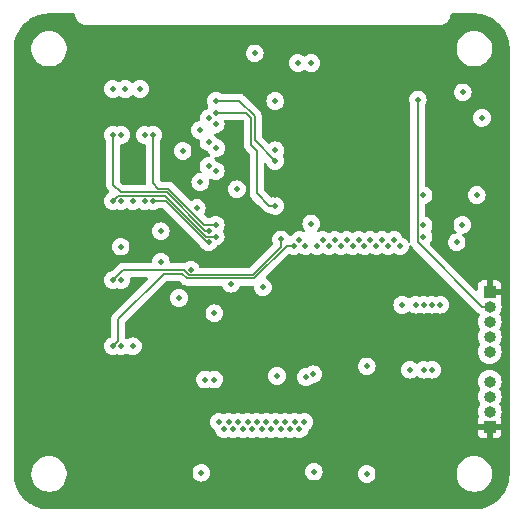
<source format=gbr>
%TF.GenerationSoftware,KiCad,Pcbnew,7.0.6*%
%TF.CreationDate,2023-09-15T14:04:58+02:00*%
%TF.ProjectId,V8,56382e6b-6963-4616-945f-706362585858,rev?*%
%TF.SameCoordinates,Original*%
%TF.FileFunction,Copper,L3,Inr*%
%TF.FilePolarity,Positive*%
%FSLAX46Y46*%
G04 Gerber Fmt 4.6, Leading zero omitted, Abs format (unit mm)*
G04 Created by KiCad (PCBNEW 7.0.6) date 2023-09-15 14:04:58*
%MOMM*%
%LPD*%
G01*
G04 APERTURE LIST*
%TA.AperFunction,ComponentPad*%
%ADD10R,1.000000X1.000000*%
%TD*%
%TA.AperFunction,ComponentPad*%
%ADD11O,1.000000X1.000000*%
%TD*%
%TA.AperFunction,ViaPad*%
%ADD12C,0.500000*%
%TD*%
%TA.AperFunction,Conductor*%
%ADD13C,0.200000*%
%TD*%
G04 APERTURE END LIST*
D10*
%TO.N,DCap*%
%TO.C,J8*%
X169300000Y-102590000D03*
D11*
%TO.N,SWCLK*%
X169300000Y-103860000D03*
%TO.N,OB GND*%
X169300000Y-105130000D03*
%TO.N,SWDIO*%
X169300000Y-106400000D03*
%TO.N,NRST*%
X169300000Y-107670000D03*
%TD*%
D10*
%TO.N,DCap*%
%TO.C,J2*%
X169300000Y-114000000D03*
D11*
%TO.N,OB GND*%
X169300000Y-112730000D03*
%TO.N,USART TX*%
X169300000Y-111460000D03*
%TO.N,USART RX*%
X169300000Y-110190000D03*
%TD*%
D12*
%TO.N,OB VBat*%
X151300000Y-109700000D03*
%TO.N,OPA1*%
X140800000Y-89300000D03*
X146100000Y-96900000D03*
%TO.N,1-*%
X140100000Y-89300000D03*
%TO.N,2-*%
X138100000Y-89300000D03*
%TO.N,OPA2*%
X145500000Y-97414069D03*
X137400000Y-89300000D03*
%TO.N,3-*%
X138100000Y-94900000D03*
%TO.N,OPA3*%
X146100000Y-97900000D03*
X137400000Y-94900000D03*
%TO.N,OPA4*%
X145500000Y-98400000D03*
X140800000Y-94900000D03*
%TO.N,4-*%
X140100000Y-94900000D03*
%TO.N,OPA5*%
X137400000Y-107200000D03*
X152700000Y-98700000D03*
%TO.N,5-*%
X138100000Y-107200000D03*
%TO.N,OPA6*%
X137400000Y-101600000D03*
X151650000Y-98150000D03*
%TO.N,6-*%
X138100000Y-101600000D03*
%TO.N,OB GND*%
X161900000Y-103700000D03*
X139100000Y-107200000D03*
X137400000Y-85400000D03*
X158880000Y-118000000D03*
X149400000Y-82400000D03*
X153050000Y-83200000D03*
X139100000Y-94900000D03*
X158900000Y-108900000D03*
X162550000Y-109180000D03*
X167020000Y-85700000D03*
X150100000Y-102200000D03*
X144500000Y-95500000D03*
X145200000Y-110005566D03*
X146000000Y-104400000D03*
X144000000Y-100700500D03*
X144750000Y-88900000D03*
X151150000Y-90600000D03*
X151150000Y-86425000D03*
X144800000Y-93300000D03*
X138052500Y-98750000D03*
X143300000Y-90650000D03*
%TO.N,Net-(U2-C1)*%
X139700000Y-85400000D03*
%TO.N,OSC_IN*%
X145500000Y-91900000D03*
X143000000Y-103100000D03*
%TO.N,OSC_OUT*%
X147400000Y-101900000D03*
X146100000Y-92349500D03*
%TO.N,OSC32_IN*%
X141452500Y-97450000D03*
X145500000Y-89900000D03*
%TO.N,Net-(U2-CAP)*%
X138437209Y-85408567D03*
%TO.N,OSC32_OUT*%
X146150500Y-90400000D03*
X141452500Y-100050000D03*
%TO.N,NRST*%
X147900000Y-93900000D03*
%TO.N,SPI NSS*%
X151150000Y-95300000D03*
X146100000Y-87400000D03*
%TO.N,SPI MOSI*%
X146100000Y-88400000D03*
%TO.N,SPI SCK*%
X146100000Y-86400000D03*
X151150000Y-91491144D03*
%TO.N,SPI MISO*%
X145500000Y-87900000D03*
%TO.N,OB SDA*%
X163725000Y-109180000D03*
%TO.N,OB SDB*%
X164425000Y-109180000D03*
%TO.N,OB SCK*%
X163700000Y-94400000D03*
X168200000Y-94400000D03*
%TO.N,OB PPS*%
X153600000Y-113600000D03*
X153750000Y-109800000D03*
%TO.N,USART RX*%
X165125000Y-103680000D03*
X167000000Y-96900000D03*
%TO.N,RS 485 RE*%
X164425000Y-103680000D03*
X166500000Y-98400000D03*
%TO.N,RS 485 DE*%
X163700000Y-97900000D03*
X163725000Y-103680000D03*
%TO.N,USART TX*%
X163700000Y-96950000D03*
X163025000Y-103680000D03*
%TO.N,DCap*%
X139100000Y-89300000D03*
X165500000Y-109180000D03*
X131400000Y-110600000D03*
X151150000Y-94350000D03*
X155250000Y-83200000D03*
X150150000Y-84250000D03*
X139100000Y-101600000D03*
X164400000Y-101600000D03*
X139050000Y-86350000D03*
X151150000Y-89000000D03*
X136000000Y-82100000D03*
X131400000Y-113700000D03*
X166400000Y-85000000D03*
X140299383Y-86350000D03*
X151142845Y-93157155D03*
X152200000Y-102250000D03*
X151150000Y-96400000D03*
X166400000Y-96150000D03*
X131400000Y-112100000D03*
X167450000Y-93100000D03*
%TO.N,OB 3v3*%
X154375354Y-109574647D03*
X144900000Y-117900000D03*
%TO.N,A02*%
X153200000Y-114200000D03*
X160200000Y-98200000D03*
%TO.N,A04*%
X160700000Y-98700000D03*
X152400000Y-114200000D03*
%TO.N,A06*%
X151600000Y-114200000D03*
X161200000Y-98200000D03*
%TO.N,A08*%
X150800000Y-114200000D03*
X161700000Y-98700000D03*
%TO.N,B02*%
X152800000Y-113600000D03*
X159700000Y-98700000D03*
%TO.N,B04*%
X152000000Y-113600000D03*
X159200000Y-98200000D03*
%TO.N,B06*%
X151200000Y-113600000D03*
X158700000Y-98700000D03*
%TO.N,B08*%
X150400000Y-113600000D03*
X158200000Y-98200000D03*
%TO.N,C01*%
X150000000Y-114200000D03*
X153200000Y-98200000D03*
%TO.N,C03*%
X153700000Y-98700000D03*
X149200000Y-114200000D03*
%TO.N,C05*%
X148400000Y-114200000D03*
X154200000Y-96800000D03*
%TO.N,C07*%
X147600000Y-114200000D03*
X154700000Y-98700000D03*
%TO.N,C09*%
X155200000Y-98200000D03*
X146800000Y-114200000D03*
%TO.N,D01*%
X157700000Y-98700000D03*
X149600000Y-113600000D03*
%TO.N,D03*%
X157200000Y-98200000D03*
X148800000Y-113600000D03*
%TO.N,D05*%
X148000000Y-113600000D03*
X156700000Y-98700000D03*
%TO.N,D07*%
X147200000Y-113600000D03*
X156200000Y-98200000D03*
%TO.N,D09*%
X155700000Y-98700000D03*
X146400000Y-113600000D03*
%TO.N,SWCLK*%
X163200000Y-86300000D03*
%TO.N,SWDIO*%
X168650000Y-87850000D03*
%TO.N,BOOT*%
X154182155Y-83217845D03*
%TO.N,OB 5v*%
X154400000Y-117800000D03*
X146000000Y-110005566D03*
%TD*%
D13*
%TO.N,OPA1*%
X140800000Y-93400000D02*
X140800000Y-89300000D01*
X142098528Y-93850000D02*
X141250000Y-93850000D01*
X141250000Y-93850000D02*
X140800000Y-93400000D01*
X146100000Y-96900000D02*
X145148528Y-96900000D01*
X145148528Y-96900000D02*
X142098528Y-93850000D01*
%TO.N,OPA2*%
X138050000Y-94150000D02*
X137400000Y-93500000D01*
X141974264Y-94150000D02*
X138050000Y-94150000D01*
X145238333Y-97414069D02*
X141974264Y-94150000D01*
X137400000Y-93500000D02*
X137400000Y-89300000D01*
X145500000Y-97414069D02*
X145238333Y-97414069D01*
%TO.N,OPA3*%
X146100000Y-97900000D02*
X145300000Y-97900000D01*
X141850000Y-94450000D02*
X137850000Y-94450000D01*
X137850000Y-94450000D02*
X137400000Y-94900000D01*
X145300000Y-97900000D02*
X141850000Y-94450000D01*
%TO.N,OPA4*%
X145375736Y-98400000D02*
X141875736Y-94900000D01*
X141875736Y-94900000D02*
X140800000Y-94900000D01*
X145500000Y-98400000D02*
X145375736Y-98400000D01*
%TO.N,OPA5*%
X137850000Y-106750000D02*
X137400000Y-107200000D01*
X143689339Y-101450500D02*
X143288839Y-101050000D01*
X143288839Y-101050000D02*
X141700000Y-101050000D01*
X149373764Y-101450500D02*
X143689339Y-101450500D01*
X141700000Y-101050000D02*
X137850000Y-104900000D01*
X152124264Y-98700000D02*
X149373764Y-101450500D01*
X152700000Y-98700000D02*
X152124264Y-98700000D01*
X137850000Y-104900000D02*
X137850000Y-106750000D01*
%TO.N,OPA6*%
X138250000Y-100750000D02*
X137400000Y-101600000D01*
X143813603Y-101150500D02*
X143413103Y-100750000D01*
X151650000Y-98750000D02*
X149249500Y-101150500D01*
X151650000Y-98150000D02*
X151650000Y-98750000D01*
X149249500Y-101150500D02*
X143813603Y-101150500D01*
X143413103Y-100750000D02*
X138250000Y-100750000D01*
%TO.N,SPI NSS*%
X149600000Y-94250000D02*
X149600000Y-90624264D01*
X148675736Y-87400000D02*
X146100000Y-87400000D01*
X149100000Y-90124264D02*
X149100000Y-87824264D01*
X151150000Y-95300000D02*
X150650000Y-95300000D01*
X149600000Y-90624264D02*
X149100000Y-90124264D01*
X150650000Y-95300000D02*
X149600000Y-94250000D01*
X149100000Y-87824264D02*
X148675736Y-87400000D01*
%TO.N,SPI SCK*%
X149400000Y-87700000D02*
X148100000Y-86400000D01*
X151150000Y-91491144D02*
X149400000Y-89741144D01*
X148100000Y-86400000D02*
X146100000Y-86400000D01*
X149400000Y-89741144D02*
X149400000Y-87700000D01*
%TO.N,SWCLK*%
X168660000Y-103860000D02*
X163200000Y-98400000D01*
X163200000Y-98400000D02*
X163200000Y-86300000D01*
X169300000Y-103860000D02*
X168660000Y-103860000D01*
%TD*%
%TA.AperFunction,Conductor*%
%TO.N,DCap*%
G36*
X134154245Y-79020185D02*
G01*
X134200000Y-79072989D01*
X134209321Y-79102964D01*
X134214370Y-79131603D01*
X134217691Y-79150436D01*
X134216369Y-79162283D01*
X134223433Y-79185570D01*
X134225162Y-79192807D01*
X134237000Y-79259940D01*
X134265216Y-79337461D01*
X134266047Y-79350543D01*
X134274211Y-79365817D01*
X134281374Y-79381858D01*
X134296874Y-79424443D01*
X134296878Y-79424451D01*
X134345630Y-79508892D01*
X134349113Y-79523248D01*
X134358870Y-79535138D01*
X134370402Y-79551798D01*
X134372580Y-79555570D01*
X134384407Y-79576055D01*
X134384410Y-79576059D01*
X134387514Y-79580492D01*
X134387141Y-79580752D01*
X134396493Y-79594588D01*
X134398382Y-79598122D01*
X134416841Y-79614710D01*
X134455962Y-79661331D01*
X134462540Y-79676361D01*
X134473006Y-79684950D01*
X134489330Y-79701097D01*
X134496938Y-79710164D01*
X134506004Y-79717771D01*
X134522152Y-79734096D01*
X134526293Y-79739142D01*
X134545771Y-79751140D01*
X134592391Y-79790258D01*
X134602296Y-79805146D01*
X134612513Y-79810607D01*
X134626345Y-79819958D01*
X134626607Y-79819586D01*
X134631043Y-79822692D01*
X134631047Y-79822694D01*
X134631048Y-79822695D01*
X134655306Y-79836700D01*
X134671967Y-79848231D01*
X134678933Y-79853947D01*
X134698211Y-79861471D01*
X134782660Y-79910227D01*
X134825256Y-79925730D01*
X134841295Y-79932892D01*
X134851531Y-79938363D01*
X134869640Y-79941884D01*
X134947168Y-79970102D01*
X135014298Y-79981938D01*
X135021534Y-79983667D01*
X135039787Y-79989203D01*
X135056660Y-79989407D01*
X135119574Y-80000501D01*
X135207107Y-80000500D01*
X135209142Y-80000500D01*
X135215224Y-80000799D01*
X135251489Y-80004371D01*
X135274334Y-80000500D01*
X164904031Y-80000500D01*
X164925648Y-80006847D01*
X164988291Y-80000788D01*
X164994264Y-80000500D01*
X165087528Y-80000500D01*
X165087532Y-80000500D01*
X165150646Y-79989371D01*
X165162445Y-79990687D01*
X165185617Y-79983658D01*
X165192843Y-79981931D01*
X165259938Y-79970101D01*
X165259943Y-79970099D01*
X165259944Y-79970099D01*
X165298880Y-79955927D01*
X165337589Y-79941837D01*
X165350637Y-79941008D01*
X165365852Y-79932876D01*
X165381893Y-79925712D01*
X165424445Y-79910225D01*
X165508973Y-79861421D01*
X165523309Y-79857943D01*
X165535172Y-79848208D01*
X165551825Y-79836681D01*
X165576055Y-79822692D01*
X165576060Y-79822687D01*
X165580491Y-79819586D01*
X165580755Y-79819964D01*
X165594566Y-79810623D01*
X165598087Y-79808740D01*
X165614657Y-79790300D01*
X165661395Y-79751083D01*
X165676406Y-79744514D01*
X165684975Y-79734073D01*
X165701126Y-79717745D01*
X165710163Y-79710163D01*
X165717745Y-79701126D01*
X165734073Y-79684975D01*
X165739100Y-79680849D01*
X165751081Y-79661398D01*
X165790298Y-79614660D01*
X165805171Y-79604765D01*
X165810623Y-79594566D01*
X165819964Y-79580755D01*
X165819586Y-79580491D01*
X165822687Y-79576061D01*
X165822687Y-79576060D01*
X165822692Y-79576055D01*
X165836681Y-79551825D01*
X165848208Y-79535172D01*
X165853904Y-79528230D01*
X165861422Y-79508973D01*
X165878084Y-79480115D01*
X165910225Y-79424445D01*
X165925712Y-79381893D01*
X165932876Y-79365852D01*
X165938319Y-79355668D01*
X165941838Y-79337589D01*
X165970099Y-79259944D01*
X165970100Y-79259940D01*
X165970101Y-79259938D01*
X165981931Y-79192843D01*
X165983658Y-79185617D01*
X165989166Y-79167459D01*
X165989370Y-79150649D01*
X165997778Y-79102965D01*
X166028805Y-79040364D01*
X166088753Y-79004474D01*
X166119894Y-79000500D01*
X167998378Y-79000500D01*
X168001619Y-79000584D01*
X168133628Y-79007503D01*
X168317027Y-79017803D01*
X168323212Y-79018465D01*
X168475647Y-79042608D01*
X168638194Y-79070226D01*
X168643811Y-79071453D01*
X168796693Y-79112418D01*
X168889122Y-79139046D01*
X168951724Y-79157082D01*
X168956759Y-79158769D01*
X169106183Y-79216127D01*
X169254007Y-79277358D01*
X169258412Y-79279388D01*
X169324180Y-79312899D01*
X169401921Y-79352511D01*
X169456514Y-79382683D01*
X169541480Y-79429641D01*
X169545215Y-79431882D01*
X169619487Y-79480115D01*
X169680872Y-79519980D01*
X169731032Y-79555570D01*
X169810764Y-79612142D01*
X169813886Y-79614510D01*
X169938748Y-79715621D01*
X169941034Y-79717567D01*
X170019413Y-79787610D01*
X170058669Y-79822692D01*
X170058721Y-79822738D01*
X170061248Y-79825128D01*
X170174870Y-79938750D01*
X170177260Y-79941277D01*
X170282431Y-80058964D01*
X170284385Y-80061260D01*
X170385480Y-80186102D01*
X170387862Y-80189243D01*
X170480019Y-80319127D01*
X170533758Y-80401875D01*
X170568106Y-80454767D01*
X170570364Y-80458531D01*
X170647488Y-80598078D01*
X170720604Y-80741575D01*
X170722643Y-80745997D01*
X170783877Y-80893829D01*
X170841221Y-81043217D01*
X170842916Y-81048273D01*
X170887579Y-81203297D01*
X170928541Y-81356171D01*
X170929778Y-81361835D01*
X170957394Y-81524369D01*
X170981530Y-81676758D01*
X170982196Y-81682985D01*
X170992509Y-81866617D01*
X170999415Y-81998377D01*
X170999500Y-82001623D01*
X170999500Y-117998376D01*
X170999415Y-118001622D01*
X170992509Y-118133382D01*
X170982196Y-118317013D01*
X170981530Y-118323240D01*
X170957394Y-118475630D01*
X170929778Y-118638163D01*
X170928541Y-118643827D01*
X170887579Y-118796702D01*
X170842916Y-118951725D01*
X170841221Y-118956781D01*
X170783877Y-119106170D01*
X170722643Y-119254001D01*
X170720604Y-119258423D01*
X170647488Y-119401921D01*
X170570364Y-119541467D01*
X170568097Y-119545246D01*
X170480019Y-119680872D01*
X170387862Y-119810755D01*
X170385480Y-119813896D01*
X170284385Y-119938738D01*
X170282431Y-119941034D01*
X170177260Y-120058721D01*
X170174870Y-120061248D01*
X170061248Y-120174870D01*
X170058721Y-120177260D01*
X169941034Y-120282431D01*
X169938738Y-120284385D01*
X169813896Y-120385480D01*
X169810755Y-120387862D01*
X169680872Y-120480019D01*
X169545246Y-120568097D01*
X169541467Y-120570364D01*
X169401921Y-120647488D01*
X169258423Y-120720604D01*
X169254001Y-120722643D01*
X169106170Y-120783877D01*
X168956781Y-120841221D01*
X168951725Y-120842916D01*
X168796702Y-120887579D01*
X168643827Y-120928541D01*
X168638163Y-120929778D01*
X168475630Y-120957394D01*
X168323240Y-120981530D01*
X168317013Y-120982196D01*
X168133382Y-120992509D01*
X168001622Y-120999415D01*
X167998376Y-120999500D01*
X132001624Y-120999500D01*
X131998378Y-120999415D01*
X131866617Y-120992509D01*
X131682985Y-120982196D01*
X131676758Y-120981530D01*
X131524369Y-120957394D01*
X131361835Y-120929778D01*
X131356171Y-120928541D01*
X131203297Y-120887579D01*
X131048273Y-120842916D01*
X131043217Y-120841221D01*
X130893829Y-120783877D01*
X130745997Y-120722643D01*
X130741575Y-120720604D01*
X130598078Y-120647488D01*
X130458531Y-120570364D01*
X130454767Y-120568106D01*
X130401875Y-120533758D01*
X130319127Y-120480019D01*
X130189243Y-120387862D01*
X130186102Y-120385480D01*
X130061260Y-120284385D01*
X130058964Y-120282431D01*
X129941277Y-120177260D01*
X129938750Y-120174870D01*
X129825128Y-120061248D01*
X129822738Y-120058721D01*
X129717567Y-119941034D01*
X129715613Y-119938738D01*
X129676848Y-119890867D01*
X129614510Y-119813886D01*
X129612136Y-119810755D01*
X129519980Y-119680872D01*
X129487406Y-119630715D01*
X129431882Y-119545215D01*
X129429641Y-119541480D01*
X129364748Y-119424063D01*
X129352511Y-119401921D01*
X129312896Y-119324173D01*
X129279388Y-119258412D01*
X129277358Y-119254007D01*
X129216122Y-119106170D01*
X129158769Y-118956759D01*
X129157082Y-118951724D01*
X129139046Y-118889122D01*
X129112414Y-118796679D01*
X129081272Y-118680456D01*
X129071453Y-118643811D01*
X129070226Y-118638194D01*
X129042601Y-118475606D01*
X129018465Y-118323212D01*
X129017803Y-118317027D01*
X129007490Y-118133382D01*
X129007016Y-118124335D01*
X130499500Y-118124335D01*
X130506796Y-118168056D01*
X130540429Y-118369616D01*
X130621169Y-118604802D01*
X130621172Y-118604811D01*
X130739524Y-118823506D01*
X130739526Y-118823509D01*
X130892262Y-119019744D01*
X130986133Y-119106158D01*
X131075217Y-119188166D01*
X131283393Y-119324173D01*
X131511118Y-119424063D01*
X131752175Y-119485107D01*
X131752179Y-119485108D01*
X131752181Y-119485108D01*
X131752186Y-119485109D01*
X131885376Y-119496145D01*
X131937933Y-119500500D01*
X131937935Y-119500500D01*
X132062065Y-119500500D01*
X132062067Y-119500500D01*
X132123284Y-119495427D01*
X132247813Y-119485109D01*
X132247816Y-119485108D01*
X132247821Y-119485108D01*
X132488881Y-119424063D01*
X132716607Y-119324173D01*
X132924785Y-119188164D01*
X133107738Y-119019744D01*
X133260474Y-118823509D01*
X133378828Y-118604810D01*
X133459571Y-118369614D01*
X133500500Y-118124335D01*
X133500500Y-117900002D01*
X144144751Y-117900002D01*
X144163685Y-118068056D01*
X144219545Y-118227694D01*
X144219547Y-118227697D01*
X144309518Y-118370884D01*
X144309523Y-118370890D01*
X144429109Y-118490476D01*
X144429115Y-118490481D01*
X144572302Y-118580452D01*
X144572305Y-118580454D01*
X144572309Y-118580455D01*
X144572310Y-118580456D01*
X144600946Y-118590476D01*
X144731943Y-118636314D01*
X144899997Y-118655249D01*
X144900000Y-118655249D01*
X144900003Y-118655249D01*
X145068056Y-118636314D01*
X145104302Y-118623631D01*
X145227690Y-118580456D01*
X145227692Y-118580454D01*
X145227694Y-118580454D01*
X145227697Y-118580452D01*
X145370884Y-118490481D01*
X145370885Y-118490480D01*
X145370890Y-118490477D01*
X145490477Y-118370890D01*
X145524322Y-118317027D01*
X145580452Y-118227697D01*
X145580454Y-118227694D01*
X145580454Y-118227692D01*
X145580456Y-118227690D01*
X145636313Y-118068059D01*
X145636313Y-118068058D01*
X145636314Y-118068056D01*
X145655249Y-117900002D01*
X145655249Y-117899997D01*
X145643982Y-117800002D01*
X153644751Y-117800002D01*
X153663685Y-117968056D01*
X153719545Y-118127694D01*
X153719547Y-118127697D01*
X153809518Y-118270884D01*
X153809523Y-118270890D01*
X153929109Y-118390476D01*
X153929115Y-118390481D01*
X154072302Y-118480452D01*
X154072305Y-118480454D01*
X154072309Y-118480455D01*
X154072310Y-118480456D01*
X154100946Y-118490476D01*
X154231943Y-118536314D01*
X154399997Y-118555249D01*
X154400000Y-118555249D01*
X154400003Y-118555249D01*
X154568056Y-118536314D01*
X154568059Y-118536313D01*
X154727690Y-118480456D01*
X154727692Y-118480454D01*
X154727694Y-118480454D01*
X154727697Y-118480452D01*
X154870884Y-118390481D01*
X154870885Y-118390480D01*
X154870890Y-118390477D01*
X154990477Y-118270890D01*
X155017622Y-118227690D01*
X155080452Y-118127697D01*
X155080454Y-118127694D01*
X155080454Y-118127692D01*
X155080456Y-118127690D01*
X155125136Y-118000002D01*
X158124751Y-118000002D01*
X158143685Y-118168056D01*
X158199545Y-118327694D01*
X158199547Y-118327697D01*
X158289518Y-118470884D01*
X158289523Y-118470890D01*
X158409109Y-118590476D01*
X158409115Y-118590481D01*
X158552302Y-118680452D01*
X158552305Y-118680454D01*
X158552309Y-118680455D01*
X158552310Y-118680456D01*
X158624913Y-118705860D01*
X158711943Y-118736314D01*
X158879997Y-118755249D01*
X158880000Y-118755249D01*
X158880003Y-118755249D01*
X159048056Y-118736314D01*
X159048059Y-118736313D01*
X159207690Y-118680456D01*
X159207692Y-118680454D01*
X159207694Y-118680454D01*
X159207697Y-118680452D01*
X159350884Y-118590481D01*
X159350885Y-118590480D01*
X159350890Y-118590477D01*
X159470477Y-118470890D01*
X159521005Y-118390476D01*
X159560452Y-118327697D01*
X159560454Y-118327694D01*
X159560454Y-118327692D01*
X159560456Y-118327690D01*
X159616313Y-118168059D01*
X159616313Y-118168058D01*
X159616314Y-118168056D01*
X159621240Y-118124335D01*
X166499500Y-118124335D01*
X166506796Y-118168056D01*
X166540429Y-118369616D01*
X166621169Y-118604802D01*
X166621172Y-118604811D01*
X166739524Y-118823506D01*
X166739526Y-118823509D01*
X166892262Y-119019744D01*
X166986133Y-119106158D01*
X167075217Y-119188166D01*
X167283393Y-119324173D01*
X167511118Y-119424063D01*
X167752175Y-119485107D01*
X167752179Y-119485108D01*
X167752181Y-119485108D01*
X167752186Y-119485109D01*
X167885376Y-119496145D01*
X167937933Y-119500500D01*
X167937935Y-119500500D01*
X168062065Y-119500500D01*
X168062067Y-119500500D01*
X168123284Y-119495427D01*
X168247813Y-119485109D01*
X168247816Y-119485108D01*
X168247821Y-119485108D01*
X168488881Y-119424063D01*
X168716607Y-119324173D01*
X168924785Y-119188164D01*
X169107738Y-119019744D01*
X169260474Y-118823509D01*
X169378828Y-118604810D01*
X169459571Y-118369614D01*
X169500500Y-118124335D01*
X169500500Y-117875665D01*
X169459571Y-117630386D01*
X169378828Y-117395190D01*
X169260474Y-117176491D01*
X169107738Y-116980256D01*
X168924785Y-116811836D01*
X168924782Y-116811833D01*
X168716606Y-116675826D01*
X168488881Y-116575936D01*
X168247824Y-116514892D01*
X168247813Y-116514890D01*
X168082548Y-116501197D01*
X168062067Y-116499500D01*
X167937933Y-116499500D01*
X167918521Y-116501108D01*
X167752186Y-116514890D01*
X167752175Y-116514892D01*
X167511118Y-116575936D01*
X167283393Y-116675826D01*
X167075217Y-116811833D01*
X166892261Y-116980257D01*
X166739524Y-117176493D01*
X166621172Y-117395188D01*
X166621169Y-117395197D01*
X166540429Y-117630383D01*
X166512126Y-117800000D01*
X166499500Y-117875665D01*
X166499500Y-118124335D01*
X159621240Y-118124335D01*
X159635249Y-118000002D01*
X159635249Y-117999997D01*
X159616314Y-117831943D01*
X159560454Y-117672305D01*
X159560452Y-117672302D01*
X159470481Y-117529115D01*
X159470476Y-117529109D01*
X159350890Y-117409523D01*
X159350884Y-117409518D01*
X159207697Y-117319547D01*
X159207694Y-117319545D01*
X159048056Y-117263685D01*
X158880003Y-117244751D01*
X158879997Y-117244751D01*
X158711943Y-117263685D01*
X158552305Y-117319545D01*
X158552302Y-117319547D01*
X158409115Y-117409518D01*
X158409109Y-117409523D01*
X158289523Y-117529109D01*
X158289518Y-117529115D01*
X158199547Y-117672302D01*
X158199545Y-117672305D01*
X158143685Y-117831943D01*
X158124751Y-117999997D01*
X158124751Y-118000002D01*
X155125136Y-118000002D01*
X155136313Y-117968059D01*
X155136313Y-117968058D01*
X155136314Y-117968056D01*
X155155249Y-117800002D01*
X155155249Y-117799997D01*
X155136314Y-117631943D01*
X155080454Y-117472305D01*
X155080452Y-117472302D01*
X154990481Y-117329115D01*
X154990476Y-117329109D01*
X154870890Y-117209523D01*
X154870884Y-117209518D01*
X154727697Y-117119547D01*
X154727694Y-117119545D01*
X154568056Y-117063685D01*
X154400003Y-117044751D01*
X154399997Y-117044751D01*
X154231943Y-117063685D01*
X154072305Y-117119545D01*
X154072302Y-117119547D01*
X153929115Y-117209518D01*
X153929109Y-117209523D01*
X153809523Y-117329109D01*
X153809518Y-117329115D01*
X153719547Y-117472302D01*
X153719545Y-117472305D01*
X153663685Y-117631943D01*
X153644751Y-117799997D01*
X153644751Y-117800002D01*
X145643982Y-117800002D01*
X145636314Y-117731943D01*
X145600778Y-117630386D01*
X145580456Y-117572310D01*
X145580455Y-117572309D01*
X145580454Y-117572305D01*
X145580452Y-117572302D01*
X145490481Y-117429115D01*
X145490476Y-117429109D01*
X145370890Y-117309523D01*
X145370884Y-117309518D01*
X145227697Y-117219547D01*
X145227694Y-117219545D01*
X145068056Y-117163685D01*
X144900003Y-117144751D01*
X144899997Y-117144751D01*
X144731943Y-117163685D01*
X144572305Y-117219545D01*
X144572302Y-117219547D01*
X144429115Y-117309518D01*
X144429109Y-117309523D01*
X144309523Y-117429109D01*
X144309518Y-117429115D01*
X144219547Y-117572302D01*
X144219545Y-117572305D01*
X144163685Y-117731943D01*
X144144751Y-117899997D01*
X144144751Y-117900002D01*
X133500500Y-117900002D01*
X133500500Y-117875665D01*
X133459571Y-117630386D01*
X133378828Y-117395190D01*
X133260474Y-117176491D01*
X133107738Y-116980256D01*
X132924785Y-116811836D01*
X132924782Y-116811833D01*
X132716606Y-116675826D01*
X132488881Y-116575936D01*
X132247824Y-116514892D01*
X132247813Y-116514890D01*
X132082548Y-116501197D01*
X132062067Y-116499500D01*
X131937933Y-116499500D01*
X131918521Y-116501108D01*
X131752186Y-116514890D01*
X131752175Y-116514892D01*
X131511118Y-116575936D01*
X131283393Y-116675826D01*
X131075217Y-116811833D01*
X130892261Y-116980257D01*
X130739524Y-117176493D01*
X130621172Y-117395188D01*
X130621169Y-117395197D01*
X130540429Y-117630383D01*
X130512126Y-117800000D01*
X130499500Y-117875665D01*
X130499500Y-118124335D01*
X129007016Y-118124335D01*
X129000584Y-118001620D01*
X129000500Y-117998377D01*
X129000500Y-113600002D01*
X145644751Y-113600002D01*
X145663685Y-113768056D01*
X145719545Y-113927694D01*
X145719547Y-113927697D01*
X145809518Y-114070884D01*
X145809523Y-114070890D01*
X145929110Y-114190477D01*
X146001844Y-114236179D01*
X146048135Y-114288514D01*
X146059092Y-114327288D01*
X146063685Y-114368053D01*
X146119544Y-114527692D01*
X146119547Y-114527697D01*
X146209518Y-114670884D01*
X146209523Y-114670890D01*
X146329109Y-114790476D01*
X146329115Y-114790481D01*
X146472302Y-114880452D01*
X146472305Y-114880454D01*
X146472309Y-114880455D01*
X146472310Y-114880456D01*
X146544913Y-114905860D01*
X146631943Y-114936314D01*
X146799997Y-114955249D01*
X146800000Y-114955249D01*
X146800003Y-114955249D01*
X146905605Y-114943350D01*
X146968059Y-114936313D01*
X147127690Y-114880456D01*
X147134024Y-114876475D01*
X147201258Y-114857472D01*
X147265975Y-114876475D01*
X147272304Y-114880452D01*
X147272312Y-114880457D01*
X147346020Y-114906248D01*
X147431941Y-114936313D01*
X147473955Y-114941047D01*
X147599997Y-114955249D01*
X147600000Y-114955249D01*
X147600003Y-114955249D01*
X147705605Y-114943350D01*
X147768059Y-114936313D01*
X147927690Y-114880456D01*
X147934024Y-114876475D01*
X148001258Y-114857472D01*
X148065975Y-114876475D01*
X148072304Y-114880452D01*
X148072312Y-114880457D01*
X148146020Y-114906248D01*
X148231941Y-114936313D01*
X148273955Y-114941047D01*
X148399997Y-114955249D01*
X148400000Y-114955249D01*
X148400003Y-114955249D01*
X148505605Y-114943350D01*
X148568059Y-114936313D01*
X148727690Y-114880456D01*
X148734024Y-114876475D01*
X148801258Y-114857472D01*
X148865975Y-114876475D01*
X148872304Y-114880452D01*
X148872312Y-114880457D01*
X148946020Y-114906248D01*
X149031941Y-114936313D01*
X149073955Y-114941047D01*
X149199997Y-114955249D01*
X149200000Y-114955249D01*
X149200003Y-114955249D01*
X149305605Y-114943350D01*
X149368059Y-114936313D01*
X149527690Y-114880456D01*
X149534024Y-114876475D01*
X149601258Y-114857472D01*
X149665975Y-114876475D01*
X149672304Y-114880452D01*
X149672312Y-114880457D01*
X149746020Y-114906248D01*
X149831941Y-114936313D01*
X149873955Y-114941047D01*
X149999997Y-114955249D01*
X150000000Y-114955249D01*
X150000003Y-114955249D01*
X150105605Y-114943350D01*
X150168059Y-114936313D01*
X150327690Y-114880456D01*
X150334024Y-114876475D01*
X150401258Y-114857472D01*
X150465975Y-114876475D01*
X150472304Y-114880452D01*
X150472312Y-114880457D01*
X150546020Y-114906248D01*
X150631941Y-114936313D01*
X150673955Y-114941047D01*
X150799997Y-114955249D01*
X150800000Y-114955249D01*
X150800003Y-114955249D01*
X150905605Y-114943350D01*
X150968059Y-114936313D01*
X151127690Y-114880456D01*
X151134024Y-114876475D01*
X151201258Y-114857472D01*
X151265975Y-114876475D01*
X151272304Y-114880452D01*
X151272312Y-114880457D01*
X151346020Y-114906248D01*
X151431941Y-114936313D01*
X151473955Y-114941047D01*
X151599997Y-114955249D01*
X151600000Y-114955249D01*
X151600003Y-114955249D01*
X151705605Y-114943350D01*
X151768059Y-114936313D01*
X151927690Y-114880456D01*
X151934024Y-114876475D01*
X152001258Y-114857472D01*
X152065975Y-114876475D01*
X152072304Y-114880452D01*
X152072312Y-114880457D01*
X152146020Y-114906248D01*
X152231941Y-114936313D01*
X152273955Y-114941047D01*
X152399997Y-114955249D01*
X152400000Y-114955249D01*
X152400003Y-114955249D01*
X152505605Y-114943350D01*
X152568059Y-114936313D01*
X152727690Y-114880456D01*
X152734024Y-114876475D01*
X152801258Y-114857472D01*
X152865975Y-114876475D01*
X152872304Y-114880452D01*
X152872312Y-114880457D01*
X152946020Y-114906248D01*
X153031941Y-114936313D01*
X153073955Y-114941047D01*
X153199997Y-114955249D01*
X153200000Y-114955249D01*
X153200003Y-114955249D01*
X153368056Y-114936314D01*
X153368059Y-114936313D01*
X153527690Y-114880456D01*
X153527692Y-114880454D01*
X153527694Y-114880454D01*
X153527697Y-114880452D01*
X153670884Y-114790481D01*
X153670885Y-114790480D01*
X153670890Y-114790477D01*
X153790477Y-114670890D01*
X153830384Y-114607379D01*
X153880452Y-114527697D01*
X153880453Y-114527693D01*
X153880456Y-114527690D01*
X153936313Y-114368059D01*
X153940907Y-114327288D01*
X153967970Y-114262878D01*
X153982529Y-114250000D01*
X168300000Y-114250000D01*
X168300000Y-114547844D01*
X168306401Y-114607372D01*
X168306403Y-114607379D01*
X168356645Y-114742086D01*
X168356649Y-114742093D01*
X168442809Y-114857187D01*
X168442812Y-114857190D01*
X168557906Y-114943350D01*
X168557913Y-114943354D01*
X168692620Y-114993596D01*
X168692627Y-114993598D01*
X168752155Y-114999999D01*
X168752172Y-115000000D01*
X169050000Y-115000000D01*
X169050000Y-114250000D01*
X168300000Y-114250000D01*
X153982529Y-114250000D01*
X153998155Y-114236179D01*
X154070887Y-114190479D01*
X154070887Y-114190478D01*
X154070890Y-114190477D01*
X154190477Y-114070890D01*
X154190481Y-114070884D01*
X154280452Y-113927697D01*
X154280454Y-113927694D01*
X154280454Y-113927692D01*
X154280456Y-113927690D01*
X154336313Y-113768059D01*
X154336313Y-113768058D01*
X154336314Y-113768056D01*
X154355249Y-113600002D01*
X154355249Y-113599997D01*
X154336314Y-113431943D01*
X154280454Y-113272305D01*
X154280452Y-113272302D01*
X154190481Y-113129115D01*
X154190476Y-113129109D01*
X154070890Y-113009523D01*
X154070884Y-113009518D01*
X153927697Y-112919547D01*
X153927694Y-112919545D01*
X153768056Y-112863685D01*
X153600003Y-112844751D01*
X153599997Y-112844751D01*
X153431943Y-112863685D01*
X153302250Y-112909067D01*
X153272310Y-112919544D01*
X153272308Y-112919544D01*
X153272308Y-112919545D01*
X153265967Y-112923529D01*
X153198730Y-112942525D01*
X153134033Y-112923529D01*
X153130284Y-112921173D01*
X153127690Y-112919544D01*
X153062844Y-112896853D01*
X152968056Y-112863685D01*
X152800003Y-112844751D01*
X152799997Y-112844751D01*
X152631943Y-112863685D01*
X152502250Y-112909067D01*
X152472310Y-112919544D01*
X152472308Y-112919544D01*
X152472308Y-112919545D01*
X152465967Y-112923529D01*
X152398730Y-112942525D01*
X152334033Y-112923529D01*
X152330284Y-112921173D01*
X152327690Y-112919544D01*
X152262844Y-112896853D01*
X152168056Y-112863685D01*
X152000003Y-112844751D01*
X151999997Y-112844751D01*
X151831943Y-112863685D01*
X151702250Y-112909067D01*
X151672310Y-112919544D01*
X151672308Y-112919544D01*
X151672308Y-112919545D01*
X151665967Y-112923529D01*
X151598730Y-112942525D01*
X151534033Y-112923529D01*
X151530284Y-112921173D01*
X151527690Y-112919544D01*
X151462844Y-112896853D01*
X151368056Y-112863685D01*
X151200003Y-112844751D01*
X151199997Y-112844751D01*
X151031943Y-112863685D01*
X150902250Y-112909067D01*
X150872310Y-112919544D01*
X150872308Y-112919544D01*
X150872308Y-112919545D01*
X150865967Y-112923529D01*
X150798730Y-112942525D01*
X150734033Y-112923529D01*
X150730284Y-112921173D01*
X150727690Y-112919544D01*
X150662844Y-112896853D01*
X150568056Y-112863685D01*
X150400003Y-112844751D01*
X150399997Y-112844751D01*
X150231943Y-112863685D01*
X150102250Y-112909067D01*
X150072310Y-112919544D01*
X150072308Y-112919544D01*
X150072308Y-112919545D01*
X150065967Y-112923529D01*
X149998730Y-112942525D01*
X149934033Y-112923529D01*
X149930284Y-112921173D01*
X149927690Y-112919544D01*
X149862844Y-112896853D01*
X149768056Y-112863685D01*
X149600003Y-112844751D01*
X149599997Y-112844751D01*
X149431943Y-112863685D01*
X149302250Y-112909067D01*
X149272310Y-112919544D01*
X149272308Y-112919544D01*
X149272308Y-112919545D01*
X149265967Y-112923529D01*
X149198730Y-112942525D01*
X149134033Y-112923529D01*
X149130284Y-112921173D01*
X149127690Y-112919544D01*
X149062844Y-112896853D01*
X148968056Y-112863685D01*
X148800003Y-112844751D01*
X148799997Y-112844751D01*
X148631943Y-112863685D01*
X148502250Y-112909067D01*
X148472310Y-112919544D01*
X148472308Y-112919544D01*
X148472308Y-112919545D01*
X148465967Y-112923529D01*
X148398730Y-112942525D01*
X148334033Y-112923529D01*
X148330284Y-112921173D01*
X148327690Y-112919544D01*
X148262844Y-112896853D01*
X148168056Y-112863685D01*
X148000003Y-112844751D01*
X147999997Y-112844751D01*
X147831943Y-112863685D01*
X147702250Y-112909067D01*
X147672310Y-112919544D01*
X147672308Y-112919544D01*
X147672308Y-112919545D01*
X147665967Y-112923529D01*
X147598730Y-112942525D01*
X147534033Y-112923529D01*
X147530284Y-112921173D01*
X147527690Y-112919544D01*
X147462844Y-112896853D01*
X147368056Y-112863685D01*
X147200003Y-112844751D01*
X147199997Y-112844751D01*
X147031943Y-112863685D01*
X146902250Y-112909067D01*
X146872310Y-112919544D01*
X146872308Y-112919544D01*
X146872308Y-112919545D01*
X146865967Y-112923529D01*
X146798730Y-112942525D01*
X146734033Y-112923529D01*
X146730284Y-112921173D01*
X146727690Y-112919544D01*
X146662844Y-112896853D01*
X146568056Y-112863685D01*
X146400003Y-112844751D01*
X146399997Y-112844751D01*
X146231943Y-112863685D01*
X146072305Y-112919545D01*
X146072302Y-112919547D01*
X145929115Y-113009518D01*
X145929109Y-113009523D01*
X145809523Y-113129109D01*
X145809518Y-113129115D01*
X145719547Y-113272302D01*
X145719545Y-113272305D01*
X145663685Y-113431943D01*
X145644751Y-113599997D01*
X145644751Y-113600002D01*
X129000500Y-113600002D01*
X129000500Y-112730000D01*
X168294659Y-112730000D01*
X168313975Y-112926129D01*
X168313976Y-112926132D01*
X168371186Y-113114727D01*
X168371187Y-113114730D01*
X168371188Y-113114731D01*
X168372583Y-113117341D01*
X168372901Y-113118870D01*
X168373518Y-113120359D01*
X168373235Y-113120475D01*
X168386824Y-113185743D01*
X168362492Y-113250102D01*
X168356648Y-113257907D01*
X168356645Y-113257913D01*
X168306403Y-113392620D01*
X168306401Y-113392627D01*
X168300000Y-113452155D01*
X168300000Y-113750000D01*
X169085517Y-113750000D01*
X169014199Y-113834993D01*
X168975000Y-113942694D01*
X168975000Y-114057306D01*
X169014199Y-114165007D01*
X169087871Y-114252805D01*
X169187129Y-114310112D01*
X169271564Y-114325000D01*
X169328436Y-114325000D01*
X169412871Y-114310112D01*
X169512129Y-114252805D01*
X169514483Y-114250000D01*
X169550000Y-114250000D01*
X169550000Y-115000000D01*
X169847828Y-115000000D01*
X169847844Y-114999999D01*
X169907372Y-114993598D01*
X169907379Y-114993596D01*
X170042086Y-114943354D01*
X170042093Y-114943350D01*
X170157187Y-114857190D01*
X170157190Y-114857187D01*
X170243350Y-114742093D01*
X170243354Y-114742086D01*
X170293596Y-114607379D01*
X170293598Y-114607372D01*
X170299999Y-114547844D01*
X170300000Y-114547827D01*
X170300000Y-114250000D01*
X169550000Y-114250000D01*
X169514483Y-114250000D01*
X169585801Y-114165007D01*
X169625000Y-114057306D01*
X169625000Y-113942694D01*
X169585801Y-113834993D01*
X169514483Y-113750000D01*
X170300000Y-113750000D01*
X170300000Y-113452172D01*
X170299999Y-113452155D01*
X170293598Y-113392627D01*
X170293597Y-113392623D01*
X170243351Y-113257908D01*
X170237510Y-113250106D01*
X170213091Y-113184642D01*
X170226752Y-113120466D01*
X170226483Y-113120355D01*
X170227086Y-113118899D01*
X170227418Y-113117338D01*
X170228814Y-113114727D01*
X170286024Y-112926132D01*
X170305341Y-112730000D01*
X170286024Y-112533868D01*
X170228814Y-112345273D01*
X170228811Y-112345269D01*
X170228811Y-112345266D01*
X170135913Y-112171467D01*
X170132527Y-112166399D01*
X170134164Y-112165305D01*
X170110403Y-112109341D01*
X170122202Y-112040475D01*
X170132889Y-112023851D01*
X170132523Y-112023607D01*
X170135904Y-112018544D01*
X170135910Y-112018538D01*
X170228814Y-111844727D01*
X170286024Y-111656132D01*
X170305341Y-111460000D01*
X170286024Y-111263868D01*
X170228814Y-111075273D01*
X170228811Y-111075269D01*
X170228811Y-111075266D01*
X170135913Y-110901467D01*
X170132527Y-110896399D01*
X170134164Y-110895305D01*
X170110403Y-110839341D01*
X170122202Y-110770475D01*
X170132889Y-110753851D01*
X170132523Y-110753607D01*
X170135904Y-110748544D01*
X170135910Y-110748538D01*
X170228814Y-110574727D01*
X170286024Y-110386132D01*
X170305341Y-110190000D01*
X170286024Y-109993868D01*
X170228814Y-109805273D01*
X170228811Y-109805269D01*
X170228811Y-109805266D01*
X170135913Y-109631467D01*
X170135909Y-109631460D01*
X170010883Y-109479116D01*
X169858539Y-109354090D01*
X169858532Y-109354086D01*
X169684733Y-109261188D01*
X169684727Y-109261186D01*
X169514418Y-109209523D01*
X169496129Y-109203975D01*
X169300000Y-109184659D01*
X169103870Y-109203975D01*
X168915266Y-109261188D01*
X168741467Y-109354086D01*
X168741460Y-109354090D01*
X168589116Y-109479116D01*
X168464090Y-109631460D01*
X168464086Y-109631467D01*
X168371188Y-109805266D01*
X168313975Y-109993870D01*
X168294659Y-110190000D01*
X168313975Y-110386129D01*
X168313976Y-110386132D01*
X168359533Y-110536314D01*
X168371187Y-110574730D01*
X168464089Y-110748536D01*
X168467474Y-110753601D01*
X168465833Y-110754697D01*
X168489595Y-110810638D01*
X168477806Y-110879506D01*
X168467106Y-110896162D01*
X168467469Y-110896405D01*
X168464087Y-110901465D01*
X168371188Y-111075266D01*
X168313975Y-111263870D01*
X168294659Y-111460000D01*
X168313975Y-111656129D01*
X168371187Y-111844730D01*
X168464089Y-112018536D01*
X168467474Y-112023601D01*
X168465833Y-112024697D01*
X168489595Y-112080638D01*
X168477806Y-112149506D01*
X168467106Y-112166162D01*
X168467469Y-112166405D01*
X168464087Y-112171465D01*
X168371188Y-112345266D01*
X168313975Y-112533870D01*
X168294659Y-112730000D01*
X129000500Y-112730000D01*
X129000500Y-110005568D01*
X144444751Y-110005568D01*
X144463685Y-110173622D01*
X144519545Y-110333260D01*
X144519547Y-110333263D01*
X144609518Y-110476450D01*
X144609523Y-110476456D01*
X144729109Y-110596042D01*
X144729115Y-110596047D01*
X144872302Y-110686018D01*
X144872305Y-110686020D01*
X144872309Y-110686021D01*
X144872310Y-110686022D01*
X144944913Y-110711426D01*
X145031943Y-110741880D01*
X145199997Y-110760815D01*
X145200000Y-110760815D01*
X145200003Y-110760815D01*
X145308933Y-110748541D01*
X145368059Y-110741879D01*
X145527690Y-110686022D01*
X145534024Y-110682041D01*
X145601258Y-110663038D01*
X145665975Y-110682041D01*
X145672304Y-110686018D01*
X145672312Y-110686023D01*
X145746020Y-110711814D01*
X145831941Y-110741879D01*
X145873955Y-110746612D01*
X145999997Y-110760815D01*
X146000000Y-110760815D01*
X146000003Y-110760815D01*
X146168056Y-110741880D01*
X146168059Y-110741879D01*
X146327690Y-110686022D01*
X146327692Y-110686020D01*
X146327694Y-110686020D01*
X146327697Y-110686018D01*
X146470884Y-110596047D01*
X146470885Y-110596046D01*
X146470890Y-110596043D01*
X146590477Y-110476456D01*
X146590481Y-110476450D01*
X146680452Y-110333263D01*
X146680454Y-110333260D01*
X146680454Y-110333258D01*
X146680456Y-110333256D01*
X146736313Y-110173625D01*
X146736313Y-110173624D01*
X146736314Y-110173622D01*
X146755249Y-110005568D01*
X146755249Y-110005563D01*
X146736314Y-109837509D01*
X146688198Y-109700002D01*
X150544751Y-109700002D01*
X150563685Y-109868056D01*
X150619545Y-110027694D01*
X150619547Y-110027697D01*
X150709518Y-110170884D01*
X150709523Y-110170890D01*
X150829109Y-110290476D01*
X150829115Y-110290481D01*
X150972302Y-110380452D01*
X150972305Y-110380454D01*
X150972309Y-110380455D01*
X150972310Y-110380456D01*
X151000960Y-110390481D01*
X151131943Y-110436314D01*
X151299997Y-110455249D01*
X151300000Y-110455249D01*
X151300003Y-110455249D01*
X151468056Y-110436314D01*
X151468059Y-110436313D01*
X151627690Y-110380456D01*
X151627692Y-110380454D01*
X151627694Y-110380454D01*
X151627697Y-110380452D01*
X151770884Y-110290481D01*
X151770885Y-110290480D01*
X151770890Y-110290477D01*
X151890477Y-110170890D01*
X151980452Y-110027697D01*
X151980454Y-110027694D01*
X151980454Y-110027692D01*
X151980456Y-110027690D01*
X152036313Y-109868059D01*
X152036313Y-109868058D01*
X152036314Y-109868056D01*
X152043982Y-109800002D01*
X152994751Y-109800002D01*
X153013685Y-109968056D01*
X153069545Y-110127694D01*
X153069547Y-110127697D01*
X153159518Y-110270884D01*
X153159523Y-110270890D01*
X153279109Y-110390476D01*
X153279115Y-110390481D01*
X153422302Y-110480452D01*
X153422305Y-110480454D01*
X153422309Y-110480455D01*
X153422310Y-110480456D01*
X153494913Y-110505860D01*
X153581943Y-110536314D01*
X153749997Y-110555249D01*
X153750000Y-110555249D01*
X153750003Y-110555249D01*
X153918056Y-110536314D01*
X153918059Y-110536313D01*
X154077690Y-110480456D01*
X154220890Y-110390477D01*
X154248752Y-110362614D01*
X154310074Y-110329129D01*
X154350320Y-110327075D01*
X154375353Y-110329896D01*
X154375354Y-110329896D01*
X154375357Y-110329896D01*
X154543409Y-110310961D01*
X154543411Y-110310960D01*
X154543413Y-110310960D01*
X154703044Y-110255103D01*
X154703046Y-110255101D01*
X154703048Y-110255101D01*
X154703051Y-110255099D01*
X154846238Y-110165128D01*
X154846239Y-110165127D01*
X154846244Y-110165124D01*
X154965831Y-110045537D01*
X154977045Y-110027690D01*
X155055806Y-109902344D01*
X155055808Y-109902341D01*
X155055808Y-109902339D01*
X155055810Y-109902337D01*
X155111667Y-109742706D01*
X155111667Y-109742705D01*
X155111668Y-109742703D01*
X155130603Y-109574649D01*
X155130603Y-109574644D01*
X155111668Y-109406590D01*
X155081214Y-109319560D01*
X155055810Y-109246957D01*
X155055809Y-109246956D01*
X155055808Y-109246952D01*
X155055806Y-109246949D01*
X154965835Y-109103762D01*
X154965830Y-109103756D01*
X154846244Y-108984170D01*
X154846238Y-108984165D01*
X154712294Y-108900002D01*
X158144751Y-108900002D01*
X158163685Y-109068056D01*
X158219545Y-109227694D01*
X158219547Y-109227697D01*
X158309518Y-109370884D01*
X158309523Y-109370890D01*
X158429109Y-109490476D01*
X158429115Y-109490481D01*
X158572302Y-109580452D01*
X158572305Y-109580454D01*
X158572309Y-109580455D01*
X158572310Y-109580456D01*
X158644913Y-109605860D01*
X158731943Y-109636314D01*
X158899997Y-109655249D01*
X158900000Y-109655249D01*
X158900003Y-109655249D01*
X159068056Y-109636314D01*
X159080548Y-109631943D01*
X159227690Y-109580456D01*
X159227692Y-109580454D01*
X159227694Y-109580454D01*
X159227697Y-109580452D01*
X159370884Y-109490481D01*
X159370885Y-109490480D01*
X159370890Y-109490477D01*
X159490477Y-109370890D01*
X159516726Y-109329115D01*
X159580452Y-109227697D01*
X159580454Y-109227694D01*
X159580454Y-109227692D01*
X159580456Y-109227690D01*
X159597143Y-109180002D01*
X161794751Y-109180002D01*
X161813685Y-109348056D01*
X161869545Y-109507694D01*
X161869547Y-109507697D01*
X161959518Y-109650884D01*
X161959523Y-109650890D01*
X162079109Y-109770476D01*
X162079115Y-109770481D01*
X162222302Y-109860452D01*
X162222305Y-109860454D01*
X162222309Y-109860455D01*
X162222310Y-109860456D01*
X162294913Y-109885860D01*
X162381943Y-109916314D01*
X162549997Y-109935249D01*
X162550000Y-109935249D01*
X162550003Y-109935249D01*
X162718056Y-109916314D01*
X162757980Y-109902344D01*
X162877690Y-109860456D01*
X162877692Y-109860454D01*
X162877694Y-109860454D01*
X162877697Y-109860452D01*
X163020884Y-109770481D01*
X163020885Y-109770480D01*
X163020890Y-109770477D01*
X163049819Y-109741548D01*
X163111142Y-109708063D01*
X163180834Y-109713047D01*
X163225181Y-109741548D01*
X163254109Y-109770476D01*
X163254115Y-109770481D01*
X163397302Y-109860452D01*
X163397305Y-109860454D01*
X163397309Y-109860455D01*
X163397310Y-109860456D01*
X163469913Y-109885860D01*
X163556943Y-109916314D01*
X163724997Y-109935249D01*
X163725000Y-109935249D01*
X163725003Y-109935249D01*
X163893059Y-109916313D01*
X163893060Y-109916313D01*
X163995361Y-109880515D01*
X164034045Y-109866979D01*
X164103824Y-109863418D01*
X164115952Y-109866979D01*
X164138371Y-109874824D01*
X164256939Y-109916313D01*
X164424997Y-109935249D01*
X164425000Y-109935249D01*
X164425003Y-109935249D01*
X164593056Y-109916314D01*
X164632980Y-109902344D01*
X164752690Y-109860456D01*
X164752692Y-109860454D01*
X164752694Y-109860454D01*
X164752697Y-109860452D01*
X164895884Y-109770481D01*
X164895885Y-109770480D01*
X164895890Y-109770477D01*
X165015477Y-109650890D01*
X165024636Y-109636314D01*
X165105452Y-109507697D01*
X165105454Y-109507694D01*
X165105454Y-109507692D01*
X165105456Y-109507690D01*
X165161313Y-109348059D01*
X165161313Y-109348058D01*
X165161314Y-109348056D01*
X165180249Y-109180002D01*
X165180249Y-109179997D01*
X165161314Y-109011943D01*
X165105454Y-108852305D01*
X165105452Y-108852302D01*
X165015481Y-108709115D01*
X165015476Y-108709109D01*
X164895890Y-108589523D01*
X164895884Y-108589518D01*
X164752697Y-108499547D01*
X164752694Y-108499545D01*
X164593056Y-108443685D01*
X164425003Y-108424751D01*
X164424997Y-108424751D01*
X164256942Y-108443686D01*
X164115953Y-108493020D01*
X164046174Y-108496581D01*
X164034044Y-108493019D01*
X163893060Y-108443686D01*
X163725003Y-108424751D01*
X163724997Y-108424751D01*
X163556943Y-108443685D01*
X163397305Y-108499545D01*
X163397302Y-108499547D01*
X163254115Y-108589518D01*
X163254109Y-108589523D01*
X163225181Y-108618452D01*
X163163858Y-108651937D01*
X163094166Y-108646953D01*
X163049819Y-108618452D01*
X163020890Y-108589523D01*
X163020884Y-108589518D01*
X162877697Y-108499547D01*
X162877694Y-108499545D01*
X162718056Y-108443685D01*
X162550003Y-108424751D01*
X162549997Y-108424751D01*
X162381943Y-108443685D01*
X162222305Y-108499545D01*
X162222302Y-108499547D01*
X162079115Y-108589518D01*
X162079109Y-108589523D01*
X161959523Y-108709109D01*
X161959518Y-108709115D01*
X161869547Y-108852302D01*
X161869545Y-108852305D01*
X161813685Y-109011943D01*
X161794751Y-109179997D01*
X161794751Y-109180002D01*
X159597143Y-109180002D01*
X159636313Y-109068059D01*
X159636313Y-109068058D01*
X159636314Y-109068056D01*
X159655249Y-108900002D01*
X159655249Y-108899997D01*
X159636314Y-108731943D01*
X159580454Y-108572305D01*
X159580452Y-108572302D01*
X159490481Y-108429115D01*
X159490476Y-108429109D01*
X159370890Y-108309523D01*
X159370884Y-108309518D01*
X159227697Y-108219547D01*
X159227694Y-108219545D01*
X159068056Y-108163685D01*
X158900003Y-108144751D01*
X158899997Y-108144751D01*
X158731943Y-108163685D01*
X158572305Y-108219545D01*
X158572302Y-108219547D01*
X158429115Y-108309518D01*
X158429109Y-108309523D01*
X158309523Y-108429109D01*
X158309518Y-108429115D01*
X158219547Y-108572302D01*
X158219545Y-108572305D01*
X158163685Y-108731943D01*
X158144751Y-108899997D01*
X158144751Y-108900002D01*
X154712294Y-108900002D01*
X154703051Y-108894194D01*
X154703048Y-108894192D01*
X154543410Y-108838332D01*
X154375357Y-108819398D01*
X154375351Y-108819398D01*
X154207297Y-108838332D01*
X154047659Y-108894192D01*
X154047656Y-108894194D01*
X153904466Y-108984167D01*
X153904463Y-108984169D01*
X153876597Y-109012035D01*
X153815272Y-109045518D01*
X153775036Y-109047571D01*
X153750005Y-109044751D01*
X153749997Y-109044751D01*
X153581943Y-109063685D01*
X153422305Y-109119545D01*
X153422302Y-109119547D01*
X153279115Y-109209518D01*
X153279109Y-109209523D01*
X153159523Y-109329109D01*
X153159518Y-109329115D01*
X153069547Y-109472302D01*
X153069545Y-109472305D01*
X153013685Y-109631943D01*
X152994751Y-109799997D01*
X152994751Y-109800002D01*
X152043982Y-109800002D01*
X152055249Y-109700002D01*
X152055249Y-109699997D01*
X152036314Y-109531943D01*
X151980454Y-109372305D01*
X151980452Y-109372302D01*
X151890481Y-109229115D01*
X151890476Y-109229109D01*
X151770890Y-109109523D01*
X151770884Y-109109518D01*
X151627697Y-109019547D01*
X151627694Y-109019545D01*
X151468056Y-108963685D01*
X151300003Y-108944751D01*
X151299997Y-108944751D01*
X151131943Y-108963685D01*
X150972305Y-109019545D01*
X150972302Y-109019547D01*
X150829115Y-109109518D01*
X150829109Y-109109523D01*
X150709523Y-109229109D01*
X150709518Y-109229115D01*
X150619547Y-109372302D01*
X150619545Y-109372305D01*
X150563685Y-109531943D01*
X150544751Y-109699997D01*
X150544751Y-109700002D01*
X146688198Y-109700002D01*
X146680454Y-109677871D01*
X146680452Y-109677868D01*
X146590481Y-109534681D01*
X146590476Y-109534675D01*
X146470890Y-109415089D01*
X146470884Y-109415084D01*
X146327697Y-109325113D01*
X146327694Y-109325111D01*
X146168056Y-109269251D01*
X146000003Y-109250317D01*
X145999997Y-109250317D01*
X145831943Y-109269251D01*
X145702250Y-109314633D01*
X145672310Y-109325110D01*
X145672308Y-109325110D01*
X145672308Y-109325111D01*
X145665967Y-109329095D01*
X145598730Y-109348091D01*
X145534033Y-109329095D01*
X145530284Y-109326739D01*
X145527690Y-109325110D01*
X145462844Y-109302419D01*
X145368056Y-109269251D01*
X145200003Y-109250317D01*
X145199997Y-109250317D01*
X145031943Y-109269251D01*
X144872305Y-109325111D01*
X144872302Y-109325113D01*
X144729115Y-109415084D01*
X144729109Y-109415089D01*
X144609523Y-109534675D01*
X144609518Y-109534681D01*
X144519547Y-109677868D01*
X144519545Y-109677871D01*
X144463685Y-109837509D01*
X144444751Y-110005563D01*
X144444751Y-110005568D01*
X129000500Y-110005568D01*
X129000500Y-107200002D01*
X136644751Y-107200002D01*
X136663685Y-107368056D01*
X136719545Y-107527694D01*
X136719547Y-107527697D01*
X136809518Y-107670884D01*
X136809523Y-107670890D01*
X136929109Y-107790476D01*
X136929115Y-107790481D01*
X137072302Y-107880452D01*
X137072305Y-107880454D01*
X137072309Y-107880455D01*
X137072310Y-107880456D01*
X137090955Y-107886980D01*
X137231943Y-107936314D01*
X137399997Y-107955249D01*
X137400000Y-107955249D01*
X137400003Y-107955249D01*
X137568059Y-107936313D01*
X137568060Y-107936313D01*
X137709045Y-107886980D01*
X137778824Y-107883418D01*
X137790955Y-107886980D01*
X137931939Y-107936313D01*
X138099997Y-107955249D01*
X138100000Y-107955249D01*
X138100003Y-107955249D01*
X138268056Y-107936314D01*
X138268059Y-107936313D01*
X138427690Y-107880456D01*
X138534028Y-107813638D01*
X138601263Y-107794638D01*
X138665970Y-107813638D01*
X138726589Y-107851727D01*
X138772306Y-107880454D01*
X138772307Y-107880454D01*
X138772310Y-107880456D01*
X138878730Y-107917694D01*
X138931943Y-107936314D01*
X139099997Y-107955249D01*
X139100000Y-107955249D01*
X139100003Y-107955249D01*
X139268056Y-107936314D01*
X139268059Y-107936313D01*
X139427690Y-107880456D01*
X139427692Y-107880454D01*
X139427694Y-107880454D01*
X139427697Y-107880452D01*
X139570884Y-107790481D01*
X139570885Y-107790480D01*
X139570890Y-107790477D01*
X139690477Y-107670890D01*
X139780452Y-107527697D01*
X139780454Y-107527694D01*
X139780454Y-107527692D01*
X139780456Y-107527690D01*
X139836313Y-107368059D01*
X139836313Y-107368058D01*
X139836314Y-107368056D01*
X139855249Y-107200002D01*
X139855249Y-107199997D01*
X139836314Y-107031943D01*
X139780454Y-106872305D01*
X139780452Y-106872302D01*
X139690481Y-106729115D01*
X139690476Y-106729109D01*
X139570890Y-106609523D01*
X139570884Y-106609518D01*
X139427697Y-106519547D01*
X139427694Y-106519545D01*
X139268056Y-106463685D01*
X139100003Y-106444751D01*
X139099997Y-106444751D01*
X138931943Y-106463685D01*
X138772307Y-106519545D01*
X138665972Y-106586360D01*
X138598735Y-106605360D01*
X138534027Y-106586359D01*
X138508527Y-106570336D01*
X138462236Y-106518001D01*
X138450500Y-106465343D01*
X138450500Y-105200096D01*
X138470185Y-105133057D01*
X138486814Y-105112420D01*
X139199232Y-104400002D01*
X145244751Y-104400002D01*
X145263685Y-104568056D01*
X145319545Y-104727694D01*
X145319547Y-104727697D01*
X145409518Y-104870884D01*
X145409523Y-104870890D01*
X145529109Y-104990476D01*
X145529115Y-104990481D01*
X145672302Y-105080452D01*
X145672305Y-105080454D01*
X145672309Y-105080455D01*
X145672310Y-105080456D01*
X145744913Y-105105860D01*
X145831943Y-105136314D01*
X145999997Y-105155249D01*
X146000000Y-105155249D01*
X146000003Y-105155249D01*
X146168056Y-105136314D01*
X146177364Y-105133057D01*
X146327690Y-105080456D01*
X146327692Y-105080454D01*
X146327694Y-105080454D01*
X146327697Y-105080452D01*
X146470884Y-104990481D01*
X146470885Y-104990480D01*
X146470890Y-104990477D01*
X146590477Y-104870890D01*
X146669408Y-104745273D01*
X146680452Y-104727697D01*
X146680454Y-104727694D01*
X146680454Y-104727692D01*
X146680456Y-104727690D01*
X146736313Y-104568059D01*
X146736313Y-104568058D01*
X146736314Y-104568056D01*
X146755249Y-104400002D01*
X146755249Y-104399997D01*
X146736314Y-104231943D01*
X146680454Y-104072305D01*
X146680452Y-104072302D01*
X146590481Y-103929115D01*
X146590476Y-103929109D01*
X146470890Y-103809523D01*
X146470884Y-103809518D01*
X146327697Y-103719547D01*
X146327694Y-103719545D01*
X146271844Y-103700002D01*
X161144751Y-103700002D01*
X161163685Y-103868056D01*
X161219545Y-104027694D01*
X161219547Y-104027697D01*
X161309518Y-104170884D01*
X161309523Y-104170890D01*
X161429109Y-104290476D01*
X161429115Y-104290481D01*
X161572302Y-104380452D01*
X161572305Y-104380454D01*
X161572309Y-104380455D01*
X161572310Y-104380456D01*
X161628155Y-104399997D01*
X161731943Y-104436314D01*
X161899997Y-104455249D01*
X161900000Y-104455249D01*
X161900003Y-104455249D01*
X162068056Y-104436314D01*
X162074306Y-104434127D01*
X162227690Y-104380456D01*
X162227692Y-104380454D01*
X162227694Y-104380454D01*
X162227697Y-104380452D01*
X162370884Y-104290481D01*
X162370884Y-104290480D01*
X162370890Y-104290477D01*
X162384949Y-104276417D01*
X162446268Y-104242933D01*
X162515959Y-104247916D01*
X162549947Y-104267156D01*
X162554118Y-104270483D01*
X162697302Y-104360452D01*
X162697305Y-104360454D01*
X162697309Y-104360455D01*
X162697310Y-104360456D01*
X162715955Y-104366980D01*
X162856943Y-104416314D01*
X163024997Y-104435249D01*
X163025000Y-104435249D01*
X163025003Y-104435249D01*
X163193059Y-104416313D01*
X163193060Y-104416313D01*
X163334045Y-104366980D01*
X163403824Y-104363418D01*
X163415955Y-104366980D01*
X163556939Y-104416313D01*
X163724997Y-104435249D01*
X163725000Y-104435249D01*
X163725003Y-104435249D01*
X163893059Y-104416313D01*
X163893060Y-104416313D01*
X164034045Y-104366980D01*
X164103824Y-104363418D01*
X164115955Y-104366980D01*
X164256939Y-104416313D01*
X164424997Y-104435249D01*
X164425000Y-104435249D01*
X164425003Y-104435249D01*
X164593059Y-104416313D01*
X164593060Y-104416313D01*
X164734045Y-104366980D01*
X164803824Y-104363418D01*
X164815955Y-104366980D01*
X164956939Y-104416313D01*
X165124997Y-104435249D01*
X165125000Y-104435249D01*
X165125003Y-104435249D01*
X165293056Y-104416314D01*
X165293059Y-104416313D01*
X165452690Y-104360456D01*
X165452692Y-104360454D01*
X165452694Y-104360454D01*
X165452697Y-104360452D01*
X165595884Y-104270481D01*
X165595885Y-104270480D01*
X165595890Y-104270477D01*
X165715477Y-104150890D01*
X165715481Y-104150884D01*
X165805452Y-104007697D01*
X165805454Y-104007694D01*
X165805454Y-104007692D01*
X165805456Y-104007690D01*
X165861313Y-103848059D01*
X165861313Y-103848058D01*
X165861314Y-103848056D01*
X165880249Y-103680002D01*
X165880249Y-103679997D01*
X165861314Y-103511943D01*
X165812454Y-103372310D01*
X165805456Y-103352310D01*
X165805455Y-103352309D01*
X165805454Y-103352305D01*
X165805452Y-103352302D01*
X165715481Y-103209115D01*
X165715476Y-103209109D01*
X165595890Y-103089523D01*
X165595884Y-103089518D01*
X165452697Y-102999547D01*
X165452694Y-102999545D01*
X165293056Y-102943685D01*
X165125003Y-102924751D01*
X165124997Y-102924751D01*
X164956943Y-102943685D01*
X164828977Y-102988463D01*
X164815958Y-102993019D01*
X164815955Y-102993020D01*
X164746176Y-102996581D01*
X164734045Y-102993020D01*
X164734042Y-102993019D01*
X164716813Y-102986990D01*
X164593056Y-102943685D01*
X164425003Y-102924751D01*
X164424997Y-102924751D01*
X164256942Y-102943686D01*
X164115953Y-102993020D01*
X164046174Y-102996581D01*
X164034044Y-102993019D01*
X163893060Y-102943686D01*
X163725003Y-102924751D01*
X163724997Y-102924751D01*
X163556942Y-102943686D01*
X163415953Y-102993020D01*
X163346174Y-102996581D01*
X163334044Y-102993019D01*
X163193060Y-102943686D01*
X163025003Y-102924751D01*
X163024997Y-102924751D01*
X162856943Y-102943685D01*
X162697305Y-102999545D01*
X162697302Y-102999547D01*
X162554115Y-103089518D01*
X162540049Y-103103584D01*
X162478725Y-103137067D01*
X162409033Y-103132081D01*
X162375053Y-103112844D01*
X162370894Y-103109527D01*
X162370890Y-103109523D01*
X162370884Y-103109519D01*
X162370880Y-103109516D01*
X162227697Y-103019547D01*
X162227694Y-103019545D01*
X162068056Y-102963685D01*
X161900003Y-102944751D01*
X161899997Y-102944751D01*
X161731943Y-102963685D01*
X161572305Y-103019545D01*
X161572302Y-103019547D01*
X161429115Y-103109518D01*
X161429109Y-103109523D01*
X161309523Y-103229109D01*
X161309518Y-103229115D01*
X161219547Y-103372302D01*
X161219545Y-103372305D01*
X161163685Y-103531943D01*
X161144751Y-103699997D01*
X161144751Y-103700002D01*
X146271844Y-103700002D01*
X146168056Y-103663685D01*
X146000003Y-103644751D01*
X145999997Y-103644751D01*
X145831943Y-103663685D01*
X145672305Y-103719545D01*
X145672302Y-103719547D01*
X145529115Y-103809518D01*
X145529109Y-103809523D01*
X145409523Y-103929109D01*
X145409518Y-103929115D01*
X145319547Y-104072302D01*
X145319545Y-104072305D01*
X145263685Y-104231943D01*
X145244751Y-104399997D01*
X145244751Y-104400002D01*
X139199232Y-104400002D01*
X140499233Y-103100002D01*
X142244751Y-103100002D01*
X142263685Y-103268056D01*
X142319545Y-103427694D01*
X142319547Y-103427697D01*
X142409518Y-103570884D01*
X142409523Y-103570890D01*
X142529109Y-103690476D01*
X142529115Y-103690481D01*
X142672302Y-103780452D01*
X142672305Y-103780454D01*
X142672309Y-103780455D01*
X142672310Y-103780456D01*
X142744913Y-103805860D01*
X142831943Y-103836314D01*
X142999997Y-103855249D01*
X143000000Y-103855249D01*
X143000003Y-103855249D01*
X143168056Y-103836314D01*
X143168059Y-103836313D01*
X143327690Y-103780456D01*
X143327692Y-103780454D01*
X143327694Y-103780454D01*
X143327697Y-103780452D01*
X143470884Y-103690481D01*
X143470885Y-103690480D01*
X143470890Y-103690477D01*
X143590477Y-103570890D01*
X143614949Y-103531943D01*
X143680452Y-103427697D01*
X143680454Y-103427694D01*
X143680454Y-103427692D01*
X143680456Y-103427690D01*
X143736313Y-103268059D01*
X143736313Y-103268058D01*
X143736314Y-103268056D01*
X143755249Y-103100002D01*
X143755249Y-103099997D01*
X143736314Y-102931943D01*
X143686813Y-102790477D01*
X143680456Y-102772310D01*
X143680455Y-102772309D01*
X143680454Y-102772305D01*
X143680452Y-102772302D01*
X143590481Y-102629115D01*
X143590476Y-102629109D01*
X143470890Y-102509523D01*
X143470884Y-102509518D01*
X143327697Y-102419547D01*
X143327694Y-102419545D01*
X143168056Y-102363685D01*
X143000003Y-102344751D01*
X142999997Y-102344751D01*
X142831943Y-102363685D01*
X142672305Y-102419545D01*
X142672302Y-102419547D01*
X142529115Y-102509518D01*
X142529109Y-102509523D01*
X142409523Y-102629109D01*
X142409518Y-102629115D01*
X142319547Y-102772302D01*
X142319545Y-102772305D01*
X142263685Y-102931943D01*
X142244751Y-103099997D01*
X142244751Y-103100002D01*
X140499233Y-103100002D01*
X141912416Y-101686819D01*
X141973739Y-101653334D01*
X142000097Y-101650500D01*
X142988742Y-101650500D01*
X143055781Y-101670185D01*
X143076423Y-101686819D01*
X143234008Y-101844404D01*
X143239359Y-101850505D01*
X143261057Y-101878782D01*
X143370256Y-101962572D01*
X143379033Y-101971943D01*
X143386498Y-101975035D01*
X143386498Y-101975036D01*
X143532577Y-102035543D01*
X143532577Y-102035544D01*
X143689338Y-102056183D01*
X143689339Y-102056183D01*
X143724673Y-102051530D01*
X143732773Y-102051000D01*
X146569735Y-102051000D01*
X146636774Y-102070685D01*
X146682529Y-102123489D01*
X146686777Y-102134046D01*
X146719544Y-102227691D01*
X146719547Y-102227697D01*
X146809518Y-102370884D01*
X146809523Y-102370890D01*
X146929109Y-102490476D01*
X146929115Y-102490481D01*
X147072302Y-102580452D01*
X147072305Y-102580454D01*
X147072309Y-102580455D01*
X147072310Y-102580456D01*
X147144913Y-102605860D01*
X147231943Y-102636314D01*
X147399997Y-102655249D01*
X147400000Y-102655249D01*
X147400003Y-102655249D01*
X147568056Y-102636314D01*
X147568059Y-102636313D01*
X147727690Y-102580456D01*
X147727692Y-102580454D01*
X147727694Y-102580454D01*
X147727697Y-102580452D01*
X147870884Y-102490481D01*
X147870885Y-102490480D01*
X147870890Y-102490477D01*
X147990477Y-102370890D01*
X148002722Y-102351403D01*
X148080452Y-102227697D01*
X148080455Y-102227691D01*
X148080456Y-102227690D01*
X148113223Y-102134045D01*
X148153945Y-102077270D01*
X148218897Y-102051522D01*
X148230265Y-102051000D01*
X149222783Y-102051000D01*
X149289822Y-102070685D01*
X149335577Y-102123489D01*
X149346003Y-102188880D01*
X149344751Y-102200000D01*
X149344751Y-102200003D01*
X149363685Y-102368056D01*
X149419545Y-102527694D01*
X149419547Y-102527697D01*
X149509518Y-102670884D01*
X149509523Y-102670890D01*
X149629109Y-102790476D01*
X149629115Y-102790481D01*
X149772302Y-102880452D01*
X149772305Y-102880454D01*
X149772309Y-102880455D01*
X149772310Y-102880456D01*
X149828484Y-102900112D01*
X149931943Y-102936314D01*
X150099997Y-102955249D01*
X150100000Y-102955249D01*
X150100003Y-102955249D01*
X150268056Y-102936314D01*
X150280548Y-102931943D01*
X150427690Y-102880456D01*
X150427692Y-102880454D01*
X150427694Y-102880454D01*
X150427697Y-102880452D01*
X150570884Y-102790481D01*
X150570885Y-102790480D01*
X150570890Y-102790477D01*
X150690477Y-102670890D01*
X150712203Y-102636314D01*
X150780452Y-102527697D01*
X150780454Y-102527694D01*
X150780454Y-102527692D01*
X150780456Y-102527690D01*
X150836313Y-102368059D01*
X150836313Y-102368058D01*
X150836314Y-102368056D01*
X150855249Y-102200002D01*
X150855249Y-102199997D01*
X150836314Y-102031943D01*
X150799834Y-101927690D01*
X150780456Y-101872310D01*
X150780455Y-101872309D01*
X150780454Y-101872305D01*
X150780452Y-101872302D01*
X150690481Y-101729115D01*
X150690476Y-101729109D01*
X150570890Y-101609523D01*
X150570884Y-101609518D01*
X150427697Y-101519547D01*
X150427691Y-101519544D01*
X150411180Y-101513767D01*
X150354404Y-101473045D01*
X150328656Y-101408093D01*
X150342112Y-101339531D01*
X150364450Y-101309047D01*
X152258496Y-99415001D01*
X152319817Y-99381518D01*
X152387129Y-99385642D01*
X152471040Y-99415003D01*
X152531941Y-99436313D01*
X152573955Y-99441047D01*
X152699997Y-99455249D01*
X152700000Y-99455249D01*
X152700003Y-99455249D01*
X152868056Y-99436314D01*
X152884803Y-99430454D01*
X153027690Y-99380456D01*
X153134028Y-99313638D01*
X153201263Y-99294638D01*
X153265970Y-99313638D01*
X153323630Y-99349868D01*
X153372306Y-99380454D01*
X153372307Y-99380454D01*
X153372310Y-99380456D01*
X153471040Y-99415003D01*
X153531943Y-99436314D01*
X153699997Y-99455249D01*
X153700000Y-99455249D01*
X153700003Y-99455249D01*
X153868056Y-99436314D01*
X153884803Y-99430454D01*
X154027690Y-99380456D01*
X154134028Y-99313638D01*
X154201263Y-99294638D01*
X154265970Y-99313638D01*
X154323630Y-99349868D01*
X154372306Y-99380454D01*
X154372307Y-99380454D01*
X154372310Y-99380456D01*
X154471040Y-99415003D01*
X154531943Y-99436314D01*
X154699997Y-99455249D01*
X154700000Y-99455249D01*
X154700003Y-99455249D01*
X154868056Y-99436314D01*
X154884803Y-99430454D01*
X155027690Y-99380456D01*
X155134028Y-99313638D01*
X155201263Y-99294638D01*
X155265970Y-99313638D01*
X155323630Y-99349868D01*
X155372306Y-99380454D01*
X155372307Y-99380454D01*
X155372310Y-99380456D01*
X155471040Y-99415003D01*
X155531943Y-99436314D01*
X155699997Y-99455249D01*
X155700000Y-99455249D01*
X155700003Y-99455249D01*
X155868056Y-99436314D01*
X155884803Y-99430454D01*
X156027690Y-99380456D01*
X156134030Y-99313637D01*
X156201262Y-99294638D01*
X156265971Y-99313638D01*
X156354945Y-99369545D01*
X156372307Y-99380454D01*
X156372305Y-99380454D01*
X156372309Y-99380455D01*
X156372310Y-99380456D01*
X156387131Y-99385642D01*
X156531943Y-99436314D01*
X156699997Y-99455249D01*
X156700000Y-99455249D01*
X156700003Y-99455249D01*
X156868056Y-99436314D01*
X156884803Y-99430454D01*
X157027690Y-99380456D01*
X157134028Y-99313638D01*
X157201263Y-99294638D01*
X157265970Y-99313638D01*
X157323630Y-99349868D01*
X157372306Y-99380454D01*
X157372307Y-99380454D01*
X157372310Y-99380456D01*
X157471040Y-99415003D01*
X157531943Y-99436314D01*
X157699997Y-99455249D01*
X157700000Y-99455249D01*
X157700003Y-99455249D01*
X157868056Y-99436314D01*
X157884803Y-99430454D01*
X158027690Y-99380456D01*
X158134028Y-99313638D01*
X158201263Y-99294638D01*
X158265970Y-99313638D01*
X158323630Y-99349868D01*
X158372306Y-99380454D01*
X158372307Y-99380454D01*
X158372310Y-99380456D01*
X158471040Y-99415003D01*
X158531943Y-99436314D01*
X158699997Y-99455249D01*
X158700000Y-99455249D01*
X158700003Y-99455249D01*
X158868056Y-99436314D01*
X158884803Y-99430454D01*
X159027690Y-99380456D01*
X159134028Y-99313638D01*
X159201263Y-99294638D01*
X159265970Y-99313638D01*
X159323630Y-99349868D01*
X159372306Y-99380454D01*
X159372307Y-99380454D01*
X159372310Y-99380456D01*
X159471040Y-99415003D01*
X159531943Y-99436314D01*
X159699997Y-99455249D01*
X159700000Y-99455249D01*
X159700003Y-99455249D01*
X159868056Y-99436314D01*
X159884803Y-99430454D01*
X160027690Y-99380456D01*
X160134028Y-99313638D01*
X160201263Y-99294638D01*
X160265970Y-99313638D01*
X160323630Y-99349868D01*
X160372306Y-99380454D01*
X160372307Y-99380454D01*
X160372310Y-99380456D01*
X160471040Y-99415003D01*
X160531943Y-99436314D01*
X160699997Y-99455249D01*
X160700000Y-99455249D01*
X160700003Y-99455249D01*
X160868056Y-99436314D01*
X160884803Y-99430454D01*
X161027690Y-99380456D01*
X161134028Y-99313638D01*
X161201263Y-99294638D01*
X161265970Y-99313638D01*
X161323630Y-99349868D01*
X161372306Y-99380454D01*
X161372307Y-99380454D01*
X161372310Y-99380456D01*
X161471040Y-99415003D01*
X161531943Y-99436314D01*
X161699997Y-99455249D01*
X161700000Y-99455249D01*
X161700003Y-99455249D01*
X161868056Y-99436314D01*
X161884809Y-99430452D01*
X162027690Y-99380456D01*
X162027692Y-99380454D01*
X162027694Y-99380454D01*
X162027697Y-99380452D01*
X162170884Y-99290481D01*
X162170885Y-99290480D01*
X162170890Y-99290477D01*
X162290477Y-99170890D01*
X162312203Y-99136314D01*
X162380452Y-99027697D01*
X162380454Y-99027694D01*
X162380454Y-99027692D01*
X162380456Y-99027690D01*
X162436313Y-98868059D01*
X162436313Y-98868057D01*
X162436314Y-98868055D01*
X162448748Y-98757698D01*
X162475814Y-98693284D01*
X162533409Y-98653729D01*
X162603246Y-98651591D01*
X162663152Y-98687549D01*
X162669965Y-98696814D01*
X162670516Y-98696392D01*
X162675463Y-98702839D01*
X162675464Y-98702841D01*
X162771718Y-98828282D01*
X162799995Y-98849980D01*
X162806085Y-98855320D01*
X165506468Y-101555703D01*
X168204669Y-104253904D01*
X168210022Y-104260007D01*
X168231718Y-104288283D01*
X168271811Y-104319045D01*
X168271811Y-104319046D01*
X168357159Y-104384536D01*
X168400110Y-104402326D01*
X168454512Y-104446166D01*
X168476578Y-104512459D01*
X168462016Y-104575339D01*
X168371188Y-104745268D01*
X168313975Y-104933870D01*
X168294659Y-105130000D01*
X168313975Y-105326129D01*
X168371188Y-105514733D01*
X168464086Y-105688532D01*
X168467473Y-105693601D01*
X168465832Y-105694697D01*
X168489594Y-105750638D01*
X168477805Y-105819506D01*
X168467109Y-105836156D01*
X168467473Y-105836399D01*
X168464086Y-105841467D01*
X168371188Y-106015266D01*
X168313975Y-106203870D01*
X168294659Y-106400000D01*
X168313975Y-106596129D01*
X168371188Y-106784733D01*
X168464086Y-106958532D01*
X168467473Y-106963601D01*
X168465836Y-106964694D01*
X168489596Y-107020663D01*
X168477795Y-107089529D01*
X168467109Y-107106156D01*
X168467473Y-107106399D01*
X168464086Y-107111467D01*
X168371188Y-107285266D01*
X168313975Y-107473870D01*
X168294659Y-107670000D01*
X168313975Y-107866129D01*
X168371188Y-108054733D01*
X168464086Y-108228532D01*
X168464090Y-108228539D01*
X168589116Y-108380883D01*
X168741460Y-108505909D01*
X168741467Y-108505913D01*
X168915266Y-108598811D01*
X168915269Y-108598811D01*
X168915273Y-108598814D01*
X169103868Y-108656024D01*
X169300000Y-108675341D01*
X169496132Y-108656024D01*
X169684727Y-108598814D01*
X169702110Y-108589523D01*
X169858532Y-108505913D01*
X169858538Y-108505910D01*
X170010883Y-108380883D01*
X170135910Y-108228538D01*
X170228814Y-108054727D01*
X170286024Y-107866132D01*
X170305341Y-107670000D01*
X170286024Y-107473868D01*
X170228814Y-107285273D01*
X170135910Y-107111462D01*
X170135907Y-107111458D01*
X170132523Y-107106393D01*
X170134164Y-107105296D01*
X170110405Y-107049361D01*
X170122194Y-106980493D01*
X170132888Y-106963851D01*
X170132523Y-106963607D01*
X170135904Y-106958544D01*
X170135910Y-106958538D01*
X170228814Y-106784727D01*
X170286024Y-106596132D01*
X170305341Y-106400000D01*
X170286024Y-106203868D01*
X170228814Y-106015273D01*
X170135910Y-105841462D01*
X170135907Y-105841458D01*
X170132523Y-105836393D01*
X170134160Y-105835298D01*
X170110403Y-105779336D01*
X170122204Y-105710470D01*
X170132888Y-105693851D01*
X170132523Y-105693607D01*
X170135904Y-105688544D01*
X170135910Y-105688538D01*
X170228814Y-105514727D01*
X170286024Y-105326132D01*
X170305341Y-105130000D01*
X170286024Y-104933868D01*
X170228814Y-104745273D01*
X170135910Y-104571462D01*
X170135907Y-104571458D01*
X170132523Y-104566393D01*
X170134164Y-104565296D01*
X170110405Y-104509361D01*
X170122194Y-104440493D01*
X170132888Y-104423851D01*
X170132523Y-104423607D01*
X170135904Y-104418544D01*
X170135910Y-104418538D01*
X170228814Y-104244727D01*
X170286024Y-104056132D01*
X170305341Y-103860000D01*
X170286024Y-103663868D01*
X170228814Y-103475273D01*
X170227419Y-103472663D01*
X170227100Y-103471135D01*
X170226482Y-103469641D01*
X170226765Y-103469523D01*
X170213174Y-103404261D01*
X170237512Y-103339890D01*
X170243351Y-103332089D01*
X170293597Y-103197376D01*
X170293598Y-103197372D01*
X170299999Y-103137844D01*
X170300000Y-103137827D01*
X170300000Y-102840000D01*
X169514483Y-102840000D01*
X169585801Y-102755007D01*
X169625000Y-102647306D01*
X169625000Y-102532694D01*
X169585801Y-102424993D01*
X169512129Y-102337195D01*
X169412871Y-102279888D01*
X169328436Y-102265000D01*
X169271564Y-102265000D01*
X169187129Y-102279888D01*
X169087871Y-102337195D01*
X169050000Y-102382327D01*
X169050000Y-101590000D01*
X169550000Y-101590000D01*
X169550000Y-102340000D01*
X170300000Y-102340000D01*
X170300000Y-102042172D01*
X170299999Y-102042155D01*
X170293598Y-101982627D01*
X170293596Y-101982620D01*
X170243354Y-101847913D01*
X170243350Y-101847906D01*
X170157190Y-101732812D01*
X170157187Y-101732809D01*
X170042093Y-101646649D01*
X170042086Y-101646645D01*
X169907379Y-101596403D01*
X169907372Y-101596401D01*
X169847844Y-101590000D01*
X169550000Y-101590000D01*
X169050000Y-101590000D01*
X168752155Y-101590000D01*
X168692627Y-101596401D01*
X168692620Y-101596403D01*
X168557913Y-101646645D01*
X168557906Y-101646649D01*
X168442812Y-101732809D01*
X168442809Y-101732812D01*
X168356649Y-101847906D01*
X168356645Y-101847913D01*
X168306403Y-101982620D01*
X168306401Y-101982627D01*
X168300000Y-102042155D01*
X168300000Y-102351403D01*
X168280315Y-102418442D01*
X168227511Y-102464197D01*
X168158353Y-102474141D01*
X168094797Y-102445116D01*
X168088319Y-102439084D01*
X164242982Y-98593747D01*
X164209497Y-98532424D01*
X164214481Y-98462732D01*
X164242982Y-98418385D01*
X164261365Y-98400002D01*
X165744751Y-98400002D01*
X165763685Y-98568056D01*
X165819545Y-98727694D01*
X165819547Y-98727697D01*
X165909518Y-98870884D01*
X165909523Y-98870890D01*
X166029109Y-98990476D01*
X166029115Y-98990481D01*
X166172302Y-99080452D01*
X166172305Y-99080454D01*
X166172309Y-99080455D01*
X166172310Y-99080456D01*
X166244913Y-99105860D01*
X166331943Y-99136314D01*
X166499997Y-99155249D01*
X166500000Y-99155249D01*
X166500003Y-99155249D01*
X166668056Y-99136314D01*
X166668059Y-99136313D01*
X166827690Y-99080456D01*
X166827692Y-99080454D01*
X166827694Y-99080454D01*
X166827697Y-99080452D01*
X166970884Y-98990481D01*
X166970885Y-98990480D01*
X166970890Y-98990477D01*
X167090477Y-98870890D01*
X167092256Y-98868059D01*
X167180452Y-98727697D01*
X167180454Y-98727694D01*
X167180455Y-98727691D01*
X167180456Y-98727690D01*
X167236313Y-98568059D01*
X167236313Y-98568058D01*
X167236314Y-98568056D01*
X167255249Y-98400002D01*
X167255249Y-98399997D01*
X167236314Y-98231943D01*
X167193477Y-98109523D01*
X167180456Y-98072310D01*
X167180455Y-98072309D01*
X167180454Y-98072305D01*
X167180452Y-98072302D01*
X167090481Y-97929115D01*
X167090476Y-97929109D01*
X167017257Y-97855890D01*
X166983772Y-97794567D01*
X166988756Y-97724875D01*
X167030628Y-97668942D01*
X167091054Y-97644989D01*
X167117727Y-97641984D01*
X167168055Y-97636314D01*
X167168057Y-97636313D01*
X167168059Y-97636313D01*
X167327690Y-97580456D01*
X167327692Y-97580454D01*
X167327694Y-97580454D01*
X167327697Y-97580452D01*
X167470884Y-97490481D01*
X167470885Y-97490480D01*
X167470890Y-97490477D01*
X167590477Y-97370890D01*
X167590481Y-97370884D01*
X167680452Y-97227697D01*
X167680454Y-97227694D01*
X167680454Y-97227692D01*
X167680456Y-97227690D01*
X167736313Y-97068059D01*
X167736313Y-97068058D01*
X167736314Y-97068056D01*
X167755249Y-96900002D01*
X167755249Y-96899997D01*
X167736314Y-96731943D01*
X167680454Y-96572305D01*
X167680452Y-96572302D01*
X167590481Y-96429115D01*
X167590476Y-96429109D01*
X167470890Y-96309523D01*
X167470884Y-96309518D01*
X167327697Y-96219547D01*
X167327694Y-96219545D01*
X167168056Y-96163685D01*
X167000003Y-96144751D01*
X166999997Y-96144751D01*
X166831943Y-96163685D01*
X166672305Y-96219545D01*
X166672302Y-96219547D01*
X166529115Y-96309518D01*
X166529109Y-96309523D01*
X166409523Y-96429109D01*
X166409518Y-96429115D01*
X166319547Y-96572302D01*
X166319545Y-96572305D01*
X166263685Y-96731943D01*
X166244751Y-96899997D01*
X166244751Y-96900002D01*
X166263685Y-97068056D01*
X166319545Y-97227694D01*
X166319547Y-97227697D01*
X166409518Y-97370884D01*
X166409523Y-97370890D01*
X166482742Y-97444109D01*
X166516227Y-97505432D01*
X166511243Y-97575124D01*
X166469371Y-97631057D01*
X166408945Y-97655010D01*
X166331943Y-97663685D01*
X166172305Y-97719545D01*
X166172302Y-97719547D01*
X166029115Y-97809518D01*
X166029109Y-97809523D01*
X165909523Y-97929109D01*
X165909518Y-97929115D01*
X165819547Y-98072302D01*
X165819545Y-98072305D01*
X165763685Y-98231943D01*
X165744751Y-98399997D01*
X165744751Y-98400002D01*
X164261365Y-98400002D01*
X164261370Y-98399997D01*
X164290477Y-98370890D01*
X164323675Y-98318056D01*
X164380452Y-98227697D01*
X164380454Y-98227694D01*
X164380454Y-98227692D01*
X164380456Y-98227690D01*
X164436313Y-98068059D01*
X164436313Y-98068058D01*
X164436314Y-98068056D01*
X164455249Y-97900002D01*
X164455249Y-97899997D01*
X164436314Y-97731943D01*
X164393477Y-97609523D01*
X164380456Y-97572310D01*
X164380454Y-97572307D01*
X164380454Y-97572306D01*
X164329348Y-97490972D01*
X164310347Y-97423735D01*
X164329346Y-97359029D01*
X164380456Y-97277690D01*
X164436313Y-97118059D01*
X164436313Y-97118058D01*
X164436314Y-97118056D01*
X164455249Y-96950002D01*
X164455249Y-96949997D01*
X164436314Y-96781943D01*
X164405804Y-96694751D01*
X164380456Y-96622310D01*
X164380455Y-96622309D01*
X164380454Y-96622305D01*
X164380452Y-96622302D01*
X164290481Y-96479115D01*
X164290476Y-96479109D01*
X164170890Y-96359523D01*
X164170884Y-96359518D01*
X164027697Y-96269547D01*
X164027691Y-96269544D01*
X163883546Y-96219106D01*
X163826769Y-96178384D01*
X163801022Y-96113431D01*
X163800500Y-96102064D01*
X163800500Y-95247936D01*
X163820185Y-95180897D01*
X163872989Y-95135142D01*
X163883546Y-95130894D01*
X163903804Y-95123805D01*
X164027690Y-95080456D01*
X164027693Y-95080453D01*
X164027697Y-95080452D01*
X164170884Y-94990481D01*
X164170885Y-94990480D01*
X164170890Y-94990477D01*
X164290477Y-94870890D01*
X164293969Y-94865333D01*
X164380452Y-94727697D01*
X164380454Y-94727694D01*
X164380454Y-94727692D01*
X164380456Y-94727690D01*
X164436313Y-94568059D01*
X164436313Y-94568058D01*
X164436314Y-94568056D01*
X164455249Y-94400002D01*
X167444751Y-94400002D01*
X167463685Y-94568056D01*
X167519545Y-94727694D01*
X167519547Y-94727697D01*
X167609518Y-94870884D01*
X167609523Y-94870890D01*
X167729109Y-94990476D01*
X167729115Y-94990481D01*
X167872302Y-95080452D01*
X167872305Y-95080454D01*
X167872309Y-95080455D01*
X167872310Y-95080456D01*
X167944913Y-95105860D01*
X168031943Y-95136314D01*
X168199997Y-95155249D01*
X168200000Y-95155249D01*
X168200003Y-95155249D01*
X168368056Y-95136314D01*
X168368059Y-95136313D01*
X168527690Y-95080456D01*
X168527692Y-95080454D01*
X168527694Y-95080454D01*
X168527697Y-95080452D01*
X168670884Y-94990481D01*
X168670885Y-94990480D01*
X168670890Y-94990477D01*
X168790477Y-94870890D01*
X168793969Y-94865333D01*
X168880452Y-94727697D01*
X168880454Y-94727694D01*
X168880454Y-94727692D01*
X168880456Y-94727690D01*
X168936313Y-94568059D01*
X168936313Y-94568058D01*
X168936314Y-94568056D01*
X168955249Y-94400002D01*
X168955249Y-94399997D01*
X168936314Y-94231943D01*
X168880454Y-94072305D01*
X168880452Y-94072302D01*
X168790481Y-93929115D01*
X168790476Y-93929109D01*
X168670890Y-93809523D01*
X168670884Y-93809518D01*
X168527697Y-93719547D01*
X168527694Y-93719545D01*
X168368056Y-93663685D01*
X168200003Y-93644751D01*
X168199997Y-93644751D01*
X168031943Y-93663685D01*
X167872305Y-93719545D01*
X167872302Y-93719547D01*
X167729115Y-93809518D01*
X167729109Y-93809523D01*
X167609523Y-93929109D01*
X167609518Y-93929115D01*
X167519547Y-94072302D01*
X167519545Y-94072305D01*
X167463685Y-94231943D01*
X167444751Y-94399997D01*
X167444751Y-94400002D01*
X164455249Y-94400002D01*
X164455249Y-94399997D01*
X164436314Y-94231943D01*
X164380454Y-94072305D01*
X164380452Y-94072302D01*
X164290481Y-93929115D01*
X164290476Y-93929109D01*
X164170890Y-93809523D01*
X164170884Y-93809518D01*
X164027697Y-93719547D01*
X164027691Y-93719544D01*
X163883546Y-93669106D01*
X163826769Y-93628384D01*
X163801022Y-93563431D01*
X163800500Y-93552064D01*
X163800500Y-87850002D01*
X167894751Y-87850002D01*
X167913685Y-88018056D01*
X167969545Y-88177694D01*
X167969547Y-88177697D01*
X168059518Y-88320884D01*
X168059523Y-88320890D01*
X168179109Y-88440476D01*
X168179115Y-88440481D01*
X168322302Y-88530452D01*
X168322305Y-88530454D01*
X168322309Y-88530455D01*
X168322310Y-88530456D01*
X168363163Y-88544751D01*
X168481943Y-88586314D01*
X168649997Y-88605249D01*
X168650000Y-88605249D01*
X168650003Y-88605249D01*
X168818056Y-88586314D01*
X168858077Y-88572310D01*
X168977690Y-88530456D01*
X168977692Y-88530454D01*
X168977694Y-88530454D01*
X168977697Y-88530452D01*
X169120884Y-88440481D01*
X169120885Y-88440480D01*
X169120890Y-88440477D01*
X169240477Y-88320890D01*
X169240481Y-88320884D01*
X169330452Y-88177697D01*
X169330454Y-88177694D01*
X169330454Y-88177692D01*
X169330456Y-88177690D01*
X169386313Y-88018059D01*
X169386313Y-88018058D01*
X169386314Y-88018056D01*
X169405249Y-87850002D01*
X169405249Y-87849997D01*
X169386314Y-87681943D01*
X169337779Y-87543238D01*
X169330456Y-87522310D01*
X169330455Y-87522309D01*
X169330454Y-87522305D01*
X169330452Y-87522302D01*
X169240481Y-87379115D01*
X169240476Y-87379109D01*
X169120890Y-87259523D01*
X169120884Y-87259518D01*
X168977697Y-87169547D01*
X168977694Y-87169545D01*
X168818056Y-87113685D01*
X168650003Y-87094751D01*
X168649997Y-87094751D01*
X168481943Y-87113685D01*
X168322305Y-87169545D01*
X168322302Y-87169547D01*
X168179115Y-87259518D01*
X168179109Y-87259523D01*
X168059523Y-87379109D01*
X168059518Y-87379115D01*
X167969547Y-87522302D01*
X167969545Y-87522305D01*
X167913685Y-87681943D01*
X167894751Y-87849997D01*
X167894751Y-87850002D01*
X163800500Y-87850002D01*
X163800500Y-86790662D01*
X163819507Y-86724689D01*
X163825427Y-86715265D01*
X163880456Y-86627690D01*
X163936313Y-86468059D01*
X163955249Y-86300000D01*
X163955249Y-86299997D01*
X163936314Y-86131943D01*
X163891270Y-86003216D01*
X163880456Y-85972310D01*
X163880455Y-85972309D01*
X163880454Y-85972305D01*
X163880452Y-85972302D01*
X163790481Y-85829115D01*
X163790476Y-85829109D01*
X163670890Y-85709523D01*
X163670884Y-85709518D01*
X163655739Y-85700002D01*
X166264751Y-85700002D01*
X166283685Y-85868056D01*
X166339545Y-86027694D01*
X166339547Y-86027697D01*
X166429518Y-86170884D01*
X166429523Y-86170890D01*
X166549109Y-86290476D01*
X166549115Y-86290481D01*
X166692302Y-86380452D01*
X166692305Y-86380454D01*
X166692309Y-86380455D01*
X166692310Y-86380456D01*
X166748155Y-86399997D01*
X166851943Y-86436314D01*
X167019997Y-86455249D01*
X167020000Y-86455249D01*
X167020003Y-86455249D01*
X167188056Y-86436314D01*
X167220384Y-86425002D01*
X167347690Y-86380456D01*
X167347692Y-86380454D01*
X167347694Y-86380454D01*
X167347697Y-86380452D01*
X167490884Y-86290481D01*
X167490885Y-86290480D01*
X167490890Y-86290477D01*
X167610477Y-86170890D01*
X167626820Y-86144881D01*
X167700452Y-86027697D01*
X167700454Y-86027694D01*
X167700454Y-86027692D01*
X167700456Y-86027690D01*
X167756313Y-85868059D01*
X167756313Y-85868058D01*
X167756314Y-85868056D01*
X167775249Y-85700002D01*
X167775249Y-85699997D01*
X167756314Y-85531943D01*
X167700454Y-85372305D01*
X167700452Y-85372302D01*
X167610481Y-85229115D01*
X167610476Y-85229109D01*
X167490890Y-85109523D01*
X167490884Y-85109518D01*
X167347697Y-85019547D01*
X167347694Y-85019545D01*
X167188056Y-84963685D01*
X167020003Y-84944751D01*
X167019997Y-84944751D01*
X166851943Y-84963685D01*
X166692305Y-85019545D01*
X166692302Y-85019547D01*
X166549115Y-85109518D01*
X166549109Y-85109523D01*
X166429523Y-85229109D01*
X166429518Y-85229115D01*
X166339547Y-85372302D01*
X166339545Y-85372305D01*
X166283685Y-85531943D01*
X166264751Y-85699997D01*
X166264751Y-85700002D01*
X163655739Y-85700002D01*
X163527697Y-85619547D01*
X163527694Y-85619545D01*
X163368056Y-85563685D01*
X163200003Y-85544751D01*
X163199997Y-85544751D01*
X163031943Y-85563685D01*
X162872305Y-85619545D01*
X162872302Y-85619547D01*
X162729115Y-85709518D01*
X162729109Y-85709523D01*
X162609523Y-85829109D01*
X162609518Y-85829115D01*
X162519547Y-85972302D01*
X162519545Y-85972305D01*
X162463685Y-86131943D01*
X162444751Y-86299997D01*
X162444751Y-86300002D01*
X162463686Y-86468057D01*
X162519544Y-86627690D01*
X162580493Y-86724689D01*
X162599500Y-86790662D01*
X162599500Y-98290502D01*
X162579815Y-98357541D01*
X162527011Y-98403296D01*
X162457853Y-98413240D01*
X162394297Y-98384215D01*
X162370507Y-98356475D01*
X162290478Y-98229111D01*
X162170890Y-98109523D01*
X162170884Y-98109518D01*
X162027697Y-98019547D01*
X162027691Y-98019544D01*
X161974985Y-98001102D01*
X161918209Y-97960380D01*
X161898897Y-97925013D01*
X161880456Y-97872310D01*
X161880452Y-97872302D01*
X161790481Y-97729115D01*
X161790476Y-97729109D01*
X161670890Y-97609523D01*
X161670884Y-97609518D01*
X161527697Y-97519547D01*
X161527694Y-97519545D01*
X161368056Y-97463685D01*
X161200003Y-97444751D01*
X161199997Y-97444751D01*
X161031943Y-97463685D01*
X160872307Y-97519545D01*
X160765972Y-97586361D01*
X160698736Y-97605361D01*
X160634028Y-97586361D01*
X160527692Y-97519545D01*
X160527691Y-97519544D01*
X160527690Y-97519544D01*
X160487360Y-97505432D01*
X160368056Y-97463685D01*
X160200003Y-97444751D01*
X160199997Y-97444751D01*
X160031943Y-97463685D01*
X159872307Y-97519545D01*
X159765972Y-97586361D01*
X159698736Y-97605361D01*
X159634028Y-97586361D01*
X159527692Y-97519545D01*
X159527691Y-97519544D01*
X159527690Y-97519544D01*
X159487360Y-97505432D01*
X159368056Y-97463685D01*
X159200003Y-97444751D01*
X159199997Y-97444751D01*
X159031943Y-97463685D01*
X158872307Y-97519545D01*
X158765972Y-97586361D01*
X158698736Y-97605361D01*
X158634028Y-97586361D01*
X158527692Y-97519545D01*
X158527691Y-97519544D01*
X158527690Y-97519544D01*
X158487360Y-97505432D01*
X158368056Y-97463685D01*
X158200003Y-97444751D01*
X158199997Y-97444751D01*
X158031943Y-97463685D01*
X157872307Y-97519545D01*
X157765972Y-97586361D01*
X157698736Y-97605361D01*
X157634028Y-97586361D01*
X157527692Y-97519545D01*
X157527691Y-97519544D01*
X157527690Y-97519544D01*
X157487360Y-97505432D01*
X157368056Y-97463685D01*
X157200003Y-97444751D01*
X157199997Y-97444751D01*
X157031943Y-97463685D01*
X156872307Y-97519545D01*
X156765972Y-97586361D01*
X156698736Y-97605361D01*
X156634028Y-97586361D01*
X156527692Y-97519545D01*
X156527691Y-97519544D01*
X156527690Y-97519544D01*
X156487360Y-97505432D01*
X156368056Y-97463685D01*
X156200003Y-97444751D01*
X156199997Y-97444751D01*
X156031943Y-97463685D01*
X155872307Y-97519545D01*
X155765972Y-97586361D01*
X155698736Y-97605361D01*
X155634028Y-97586361D01*
X155527692Y-97519545D01*
X155527691Y-97519544D01*
X155527690Y-97519544D01*
X155487360Y-97505432D01*
X155368056Y-97463685D01*
X155200003Y-97444751D01*
X155199997Y-97444751D01*
X155031942Y-97463686D01*
X154876726Y-97517998D01*
X154806947Y-97521559D01*
X154746320Y-97486830D01*
X154714093Y-97424837D01*
X154720499Y-97355261D01*
X154748090Y-97313276D01*
X154790477Y-97270890D01*
X154880452Y-97127697D01*
X154880454Y-97127694D01*
X154880454Y-97127692D01*
X154880456Y-97127690D01*
X154936313Y-96968059D01*
X154936313Y-96968058D01*
X154936314Y-96968056D01*
X154955249Y-96800002D01*
X154955249Y-96799997D01*
X154936314Y-96631943D01*
X154880454Y-96472305D01*
X154880452Y-96472302D01*
X154790481Y-96329115D01*
X154790476Y-96329109D01*
X154670890Y-96209523D01*
X154670884Y-96209518D01*
X154527697Y-96119547D01*
X154527694Y-96119545D01*
X154368056Y-96063685D01*
X154200003Y-96044751D01*
X154199997Y-96044751D01*
X154031943Y-96063685D01*
X153872305Y-96119545D01*
X153872302Y-96119547D01*
X153729115Y-96209518D01*
X153729109Y-96209523D01*
X153609523Y-96329109D01*
X153609518Y-96329115D01*
X153519547Y-96472302D01*
X153519545Y-96472305D01*
X153463685Y-96631943D01*
X153444751Y-96799997D01*
X153444751Y-96800002D01*
X153463685Y-96968056D01*
X153519545Y-97127694D01*
X153519547Y-97127697D01*
X153609518Y-97270884D01*
X153609523Y-97270890D01*
X153651908Y-97313275D01*
X153685393Y-97374598D01*
X153680409Y-97444290D01*
X153638537Y-97500223D01*
X153573073Y-97524640D01*
X153523273Y-97517998D01*
X153368057Y-97463686D01*
X153200003Y-97444751D01*
X153199997Y-97444751D01*
X153031943Y-97463685D01*
X152872305Y-97519545D01*
X152872302Y-97519547D01*
X152729115Y-97609518D01*
X152729109Y-97609523D01*
X152609523Y-97729109D01*
X152609521Y-97729112D01*
X152545496Y-97831006D01*
X152493161Y-97877297D01*
X152424108Y-97887944D01*
X152360259Y-97859569D01*
X152335415Y-97827418D01*
X152334162Y-97828206D01*
X152240481Y-97679115D01*
X152240476Y-97679109D01*
X152120890Y-97559523D01*
X152120884Y-97559518D01*
X151977697Y-97469547D01*
X151977694Y-97469545D01*
X151818056Y-97413685D01*
X151650003Y-97394751D01*
X151649997Y-97394751D01*
X151481943Y-97413685D01*
X151322305Y-97469545D01*
X151322302Y-97469547D01*
X151179115Y-97559518D01*
X151179109Y-97559523D01*
X151059523Y-97679109D01*
X151059518Y-97679115D01*
X150969547Y-97822302D01*
X150969545Y-97822305D01*
X150913685Y-97981943D01*
X150894751Y-98149997D01*
X150894751Y-98150002D01*
X150913685Y-98318056D01*
X150970647Y-98480841D01*
X150974208Y-98550620D01*
X150941286Y-98609477D01*
X149037084Y-100513681D01*
X148975761Y-100547166D01*
X148949403Y-100550000D01*
X144830440Y-100550000D01*
X144763401Y-100530315D01*
X144717646Y-100477511D01*
X144713398Y-100466954D01*
X144680455Y-100372808D01*
X144680452Y-100372802D01*
X144590481Y-100229615D01*
X144590476Y-100229609D01*
X144470890Y-100110023D01*
X144470884Y-100110018D01*
X144327697Y-100020047D01*
X144327694Y-100020045D01*
X144168056Y-99964185D01*
X144000003Y-99945251D01*
X143999997Y-99945251D01*
X143831943Y-99964185D01*
X143672305Y-100020045D01*
X143672302Y-100020047D01*
X143529116Y-100110018D01*
X143529104Y-100110028D01*
X143528540Y-100110592D01*
X143528086Y-100110839D01*
X143523667Y-100114364D01*
X143523049Y-100113589D01*
X143467214Y-100144072D01*
X143424683Y-100145842D01*
X143413106Y-100144318D01*
X143413103Y-100144318D01*
X143377773Y-100148969D01*
X143369675Y-100149500D01*
X142329773Y-100149500D01*
X142262734Y-100129815D01*
X142216979Y-100077011D01*
X142206553Y-100039383D01*
X142188814Y-99881944D01*
X142132954Y-99722305D01*
X142132952Y-99722302D01*
X142042981Y-99579115D01*
X142042976Y-99579109D01*
X141923390Y-99459523D01*
X141923384Y-99459518D01*
X141780197Y-99369547D01*
X141780194Y-99369545D01*
X141620556Y-99313685D01*
X141452503Y-99294751D01*
X141452497Y-99294751D01*
X141284443Y-99313685D01*
X141124805Y-99369545D01*
X141124802Y-99369547D01*
X140981615Y-99459518D01*
X140981609Y-99459523D01*
X140862023Y-99579109D01*
X140862018Y-99579115D01*
X140772047Y-99722302D01*
X140772045Y-99722305D01*
X140716185Y-99881944D01*
X140698447Y-100039383D01*
X140671381Y-100103797D01*
X140613786Y-100143353D01*
X140575227Y-100149500D01*
X138293434Y-100149500D01*
X138285334Y-100148969D01*
X138250000Y-100144317D01*
X138249999Y-100144317D01*
X138079431Y-100166772D01*
X138066525Y-100176020D01*
X137947156Y-100225465D01*
X137821719Y-100321716D01*
X137800019Y-100349994D01*
X137794668Y-100356096D01*
X137324759Y-100826004D01*
X137263436Y-100859489D01*
X137250966Y-100861543D01*
X137242673Y-100862477D01*
X137231941Y-100863687D01*
X137231940Y-100863687D01*
X137072307Y-100919544D01*
X137072302Y-100919547D01*
X136929115Y-101009518D01*
X136929109Y-101009523D01*
X136809523Y-101129109D01*
X136809518Y-101129115D01*
X136719547Y-101272302D01*
X136719545Y-101272305D01*
X136663685Y-101431943D01*
X136644751Y-101599997D01*
X136644751Y-101600002D01*
X136663685Y-101768056D01*
X136719545Y-101927694D01*
X136719547Y-101927697D01*
X136809518Y-102070884D01*
X136809523Y-102070890D01*
X136929109Y-102190476D01*
X136929115Y-102190481D01*
X137072302Y-102280452D01*
X137072305Y-102280454D01*
X137072309Y-102280455D01*
X137072310Y-102280456D01*
X137090955Y-102286980D01*
X137231943Y-102336314D01*
X137399997Y-102355249D01*
X137400000Y-102355249D01*
X137400003Y-102355249D01*
X137568059Y-102336313D01*
X137568060Y-102336313D01*
X137709045Y-102286980D01*
X137778824Y-102283418D01*
X137790955Y-102286980D01*
X137931939Y-102336313D01*
X138099997Y-102355249D01*
X138100000Y-102355249D01*
X138100003Y-102355249D01*
X138268056Y-102336314D01*
X138268059Y-102336313D01*
X138427690Y-102280456D01*
X138427692Y-102280454D01*
X138427694Y-102280454D01*
X138427697Y-102280452D01*
X138570884Y-102190481D01*
X138570885Y-102190480D01*
X138570890Y-102190477D01*
X138690477Y-102070890D01*
X138708522Y-102042172D01*
X138780452Y-101927697D01*
X138780454Y-101927694D01*
X138780454Y-101927692D01*
X138780456Y-101927690D01*
X138836313Y-101768059D01*
X138836313Y-101768058D01*
X138836314Y-101768056D01*
X138855249Y-101600002D01*
X138855249Y-101599997D01*
X138842673Y-101488384D01*
X138854727Y-101419562D01*
X138902076Y-101368182D01*
X138965893Y-101350500D01*
X140250903Y-101350500D01*
X140317942Y-101370185D01*
X140363697Y-101422989D01*
X140373641Y-101492147D01*
X140344616Y-101555703D01*
X140338584Y-101562180D01*
X138887202Y-103013562D01*
X137456096Y-104444668D01*
X137449994Y-104450019D01*
X137421716Y-104471719D01*
X137329092Y-104592431D01*
X137325464Y-104597157D01*
X137325461Y-104597163D01*
X137264957Y-104743234D01*
X137264955Y-104743239D01*
X137244318Y-104899998D01*
X137244318Y-104900000D01*
X137248969Y-104935326D01*
X137249500Y-104943427D01*
X137249500Y-106369560D01*
X137229815Y-106436599D01*
X137177011Y-106482354D01*
X137166458Y-106486600D01*
X137143027Y-106494798D01*
X137072308Y-106519544D01*
X137072302Y-106519547D01*
X136929115Y-106609518D01*
X136929109Y-106609523D01*
X136809523Y-106729109D01*
X136809518Y-106729115D01*
X136719547Y-106872302D01*
X136719545Y-106872305D01*
X136663685Y-107031943D01*
X136644751Y-107199997D01*
X136644751Y-107200002D01*
X129000500Y-107200002D01*
X129000500Y-98750002D01*
X137297251Y-98750002D01*
X137316185Y-98918056D01*
X137372045Y-99077694D01*
X137372047Y-99077697D01*
X137462018Y-99220884D01*
X137462023Y-99220890D01*
X137581609Y-99340476D01*
X137581615Y-99340481D01*
X137724802Y-99430452D01*
X137724805Y-99430454D01*
X137724809Y-99430455D01*
X137724810Y-99430456D01*
X137795665Y-99455249D01*
X137884443Y-99486314D01*
X138052497Y-99505249D01*
X138052500Y-99505249D01*
X138052503Y-99505249D01*
X138220556Y-99486314D01*
X138220559Y-99486313D01*
X138380190Y-99430456D01*
X138380192Y-99430454D01*
X138380194Y-99430454D01*
X138380197Y-99430452D01*
X138523384Y-99340481D01*
X138523385Y-99340480D01*
X138523390Y-99340477D01*
X138642977Y-99220890D01*
X138642981Y-99220884D01*
X138732952Y-99077697D01*
X138732954Y-99077694D01*
X138732954Y-99077692D01*
X138732956Y-99077690D01*
X138788813Y-98918059D01*
X138788813Y-98918058D01*
X138788814Y-98918056D01*
X138807749Y-98750002D01*
X138807749Y-98749997D01*
X138788814Y-98581943D01*
X138732954Y-98422305D01*
X138732952Y-98422302D01*
X138642981Y-98279115D01*
X138642976Y-98279109D01*
X138523390Y-98159523D01*
X138523384Y-98159518D01*
X138380197Y-98069547D01*
X138380194Y-98069545D01*
X138220556Y-98013685D01*
X138052503Y-97994751D01*
X138052497Y-97994751D01*
X137884443Y-98013685D01*
X137724805Y-98069545D01*
X137724802Y-98069547D01*
X137581615Y-98159518D01*
X137581609Y-98159523D01*
X137462023Y-98279109D01*
X137462018Y-98279115D01*
X137372047Y-98422302D01*
X137372045Y-98422305D01*
X137316185Y-98581943D01*
X137297251Y-98749997D01*
X137297251Y-98750002D01*
X129000500Y-98750002D01*
X129000500Y-97450002D01*
X140697251Y-97450002D01*
X140716185Y-97618056D01*
X140772045Y-97777694D01*
X140772047Y-97777697D01*
X140862018Y-97920884D01*
X140862023Y-97920890D01*
X140981609Y-98040476D01*
X140981615Y-98040481D01*
X141124802Y-98130452D01*
X141124805Y-98130454D01*
X141124809Y-98130455D01*
X141124810Y-98130456D01*
X141148179Y-98138633D01*
X141284443Y-98186314D01*
X141452497Y-98205249D01*
X141452500Y-98205249D01*
X141452503Y-98205249D01*
X141620556Y-98186314D01*
X141620559Y-98186313D01*
X141780190Y-98130456D01*
X141780192Y-98130454D01*
X141780194Y-98130454D01*
X141780197Y-98130452D01*
X141923384Y-98040481D01*
X141923385Y-98040480D01*
X141923390Y-98040477D01*
X142042977Y-97920890D01*
X142056105Y-97899997D01*
X142132952Y-97777697D01*
X142132954Y-97777694D01*
X142132954Y-97777692D01*
X142132956Y-97777690D01*
X142188813Y-97618059D01*
X142188813Y-97618058D01*
X142188814Y-97618056D01*
X142207749Y-97450002D01*
X142207749Y-97449997D01*
X142188814Y-97281943D01*
X142134840Y-97127694D01*
X142132956Y-97122310D01*
X142132955Y-97122309D01*
X142132954Y-97122305D01*
X142132952Y-97122302D01*
X142042981Y-96979115D01*
X142042976Y-96979109D01*
X141923390Y-96859523D01*
X141923384Y-96859518D01*
X141780197Y-96769547D01*
X141780194Y-96769545D01*
X141620556Y-96713685D01*
X141452503Y-96694751D01*
X141452497Y-96694751D01*
X141284443Y-96713685D01*
X141124805Y-96769545D01*
X141124802Y-96769547D01*
X140981615Y-96859518D01*
X140981609Y-96859523D01*
X140862023Y-96979109D01*
X140862018Y-96979115D01*
X140772047Y-97122302D01*
X140772045Y-97122305D01*
X140716185Y-97281943D01*
X140697251Y-97449997D01*
X140697251Y-97450002D01*
X129000500Y-97450002D01*
X129000500Y-94900002D01*
X136644751Y-94900002D01*
X136663685Y-95068056D01*
X136719545Y-95227694D01*
X136719547Y-95227697D01*
X136809518Y-95370884D01*
X136809523Y-95370890D01*
X136929109Y-95490476D01*
X136929115Y-95490481D01*
X137072302Y-95580452D01*
X137072305Y-95580454D01*
X137072309Y-95580455D01*
X137072310Y-95580456D01*
X137090955Y-95586980D01*
X137231943Y-95636314D01*
X137399997Y-95655249D01*
X137400000Y-95655249D01*
X137400003Y-95655249D01*
X137568059Y-95636313D01*
X137568060Y-95636313D01*
X137709045Y-95586980D01*
X137778824Y-95583418D01*
X137790955Y-95586980D01*
X137931939Y-95636313D01*
X138099997Y-95655249D01*
X138100000Y-95655249D01*
X138100003Y-95655249D01*
X138268056Y-95636314D01*
X138292682Y-95627697D01*
X138427690Y-95580456D01*
X138534028Y-95513638D01*
X138601263Y-95494638D01*
X138665970Y-95513638D01*
X138726589Y-95551727D01*
X138772306Y-95580454D01*
X138772307Y-95580454D01*
X138772310Y-95580456D01*
X138878730Y-95617694D01*
X138931943Y-95636314D01*
X139099997Y-95655249D01*
X139100000Y-95655249D01*
X139100003Y-95655249D01*
X139268056Y-95636314D01*
X139292682Y-95627697D01*
X139427690Y-95580456D01*
X139534028Y-95513638D01*
X139601263Y-95494638D01*
X139665970Y-95513638D01*
X139726589Y-95551727D01*
X139772306Y-95580454D01*
X139772307Y-95580454D01*
X139772310Y-95580456D01*
X139878730Y-95617694D01*
X139931943Y-95636314D01*
X140099997Y-95655249D01*
X140100000Y-95655249D01*
X140100003Y-95655249D01*
X140268059Y-95636313D01*
X140268060Y-95636313D01*
X140409045Y-95586980D01*
X140478824Y-95583418D01*
X140490955Y-95586980D01*
X140631939Y-95636313D01*
X140799997Y-95655249D01*
X140800000Y-95655249D01*
X140800003Y-95655249D01*
X140968056Y-95636314D01*
X140992682Y-95627697D01*
X141127690Y-95580456D01*
X141224691Y-95519505D01*
X141290663Y-95500500D01*
X141575639Y-95500500D01*
X141642678Y-95520185D01*
X141663320Y-95536819D01*
X144780882Y-98654382D01*
X144810242Y-98701107D01*
X144819544Y-98727691D01*
X144819548Y-98727699D01*
X144909518Y-98870884D01*
X144909523Y-98870890D01*
X145029109Y-98990476D01*
X145029115Y-98990481D01*
X145172302Y-99080452D01*
X145172305Y-99080454D01*
X145172309Y-99080455D01*
X145172310Y-99080456D01*
X145244913Y-99105860D01*
X145331943Y-99136314D01*
X145499997Y-99155249D01*
X145500000Y-99155249D01*
X145500003Y-99155249D01*
X145668056Y-99136314D01*
X145668059Y-99136313D01*
X145827690Y-99080456D01*
X145827692Y-99080454D01*
X145827694Y-99080454D01*
X145827697Y-99080452D01*
X145970884Y-98990481D01*
X145970885Y-98990480D01*
X145970890Y-98990477D01*
X146090477Y-98870890D01*
X146092256Y-98868059D01*
X146180452Y-98727697D01*
X146180454Y-98727693D01*
X146180455Y-98727691D01*
X146180456Y-98727690D01*
X146184966Y-98714800D01*
X146225685Y-98658025D01*
X146262213Y-98640691D01*
X146261486Y-98638613D01*
X146268059Y-98636313D01*
X146427690Y-98580456D01*
X146427693Y-98580453D01*
X146427697Y-98580452D01*
X146570884Y-98490481D01*
X146570885Y-98490480D01*
X146570890Y-98490477D01*
X146690477Y-98370890D01*
X146723675Y-98318056D01*
X146780452Y-98227697D01*
X146780454Y-98227694D01*
X146780454Y-98227692D01*
X146780456Y-98227690D01*
X146836313Y-98068059D01*
X146836313Y-98068058D01*
X146836314Y-98068056D01*
X146855249Y-97900002D01*
X146855249Y-97899997D01*
X146836314Y-97731943D01*
X146793477Y-97609523D01*
X146780456Y-97572310D01*
X146780454Y-97572307D01*
X146780454Y-97572306D01*
X146743294Y-97513168D01*
X146713638Y-97465971D01*
X146694638Y-97398737D01*
X146713638Y-97334029D01*
X146780456Y-97227690D01*
X146836313Y-97068059D01*
X146836313Y-97068058D01*
X146836314Y-97068056D01*
X146855249Y-96900002D01*
X146855249Y-96899997D01*
X146836314Y-96731943D01*
X146780454Y-96572305D01*
X146780452Y-96572302D01*
X146690481Y-96429115D01*
X146690476Y-96429109D01*
X146570890Y-96309523D01*
X146570884Y-96309518D01*
X146427697Y-96219547D01*
X146427694Y-96219545D01*
X146268056Y-96163685D01*
X146100003Y-96144751D01*
X146099997Y-96144751D01*
X145931943Y-96163685D01*
X145772307Y-96219545D01*
X145702862Y-96263181D01*
X145676390Y-96279815D01*
X145675309Y-96280494D01*
X145609337Y-96299500D01*
X145448625Y-96299500D01*
X145381586Y-96279815D01*
X145360944Y-96263181D01*
X145151979Y-96054216D01*
X145118494Y-95992893D01*
X145123478Y-95923201D01*
X145134667Y-95900562D01*
X145141002Y-95890481D01*
X145180456Y-95827690D01*
X145236313Y-95668059D01*
X145236313Y-95668058D01*
X145236314Y-95668056D01*
X145255249Y-95500002D01*
X145255249Y-95499997D01*
X145236314Y-95331943D01*
X145199834Y-95227690D01*
X145180456Y-95172310D01*
X145180455Y-95172309D01*
X145180454Y-95172305D01*
X145180452Y-95172302D01*
X145090481Y-95029115D01*
X145090476Y-95029109D01*
X144970890Y-94909523D01*
X144970884Y-94909518D01*
X144827697Y-94819547D01*
X144827694Y-94819545D01*
X144668056Y-94763685D01*
X144500003Y-94744751D01*
X144499997Y-94744751D01*
X144331943Y-94763685D01*
X144172307Y-94819545D01*
X144099437Y-94865333D01*
X144032200Y-94884333D01*
X143965365Y-94863965D01*
X143945784Y-94848020D01*
X142553856Y-93456093D01*
X142548502Y-93449988D01*
X142526814Y-93421722D01*
X142526811Y-93421720D01*
X142526810Y-93421718D01*
X142401369Y-93325464D01*
X142339898Y-93300002D01*
X142255290Y-93264956D01*
X142255288Y-93264955D01*
X142137889Y-93249500D01*
X142098528Y-93244318D01*
X142063198Y-93248969D01*
X142055100Y-93249500D01*
X141550097Y-93249500D01*
X141483058Y-93229815D01*
X141462416Y-93213181D01*
X141436819Y-93187584D01*
X141403334Y-93126261D01*
X141400500Y-93099903D01*
X141400500Y-90650002D01*
X142544751Y-90650002D01*
X142563685Y-90818056D01*
X142619545Y-90977694D01*
X142619547Y-90977697D01*
X142709518Y-91120884D01*
X142709523Y-91120890D01*
X142829109Y-91240476D01*
X142829115Y-91240481D01*
X142972302Y-91330452D01*
X142972305Y-91330454D01*
X142972309Y-91330455D01*
X142972310Y-91330456D01*
X143044913Y-91355860D01*
X143131943Y-91386314D01*
X143299997Y-91405249D01*
X143300000Y-91405249D01*
X143300003Y-91405249D01*
X143468056Y-91386314D01*
X143468059Y-91386313D01*
X143627690Y-91330456D01*
X143627692Y-91330454D01*
X143627694Y-91330454D01*
X143627697Y-91330452D01*
X143770884Y-91240481D01*
X143770885Y-91240480D01*
X143770890Y-91240477D01*
X143890477Y-91120890D01*
X143937803Y-91045572D01*
X143980452Y-90977697D01*
X143980454Y-90977694D01*
X143980454Y-90977692D01*
X143980456Y-90977690D01*
X144036313Y-90818059D01*
X144036313Y-90818058D01*
X144036314Y-90818056D01*
X144055249Y-90650002D01*
X144055249Y-90649997D01*
X144036314Y-90481943D01*
X143980454Y-90322305D01*
X143980452Y-90322302D01*
X143890481Y-90179115D01*
X143890476Y-90179109D01*
X143770890Y-90059523D01*
X143770884Y-90059518D01*
X143627697Y-89969547D01*
X143627694Y-89969545D01*
X143468056Y-89913685D01*
X143300003Y-89894751D01*
X143299997Y-89894751D01*
X143131943Y-89913685D01*
X142972305Y-89969545D01*
X142972302Y-89969547D01*
X142829115Y-90059518D01*
X142829109Y-90059523D01*
X142709523Y-90179109D01*
X142709518Y-90179115D01*
X142619547Y-90322302D01*
X142619545Y-90322305D01*
X142563685Y-90481943D01*
X142544751Y-90649997D01*
X142544751Y-90650002D01*
X141400500Y-90650002D01*
X141400500Y-89790662D01*
X141419507Y-89724689D01*
X141425427Y-89715265D01*
X141480456Y-89627690D01*
X141536313Y-89468059D01*
X141545781Y-89384029D01*
X141555249Y-89300002D01*
X141555249Y-89299997D01*
X141536314Y-89131943D01*
X141486813Y-88990477D01*
X141480456Y-88972310D01*
X141480455Y-88972309D01*
X141480454Y-88972305D01*
X141480452Y-88972302D01*
X141435023Y-88900002D01*
X143994751Y-88900002D01*
X144013685Y-89068056D01*
X144069545Y-89227694D01*
X144069547Y-89227697D01*
X144159518Y-89370884D01*
X144159523Y-89370890D01*
X144279109Y-89490476D01*
X144279115Y-89490481D01*
X144422302Y-89580452D01*
X144422305Y-89580454D01*
X144422309Y-89580455D01*
X144422310Y-89580456D01*
X144557298Y-89627690D01*
X144581944Y-89636314D01*
X144637449Y-89642567D01*
X144648825Y-89643849D01*
X144713239Y-89670915D01*
X144752795Y-89728509D01*
X144758163Y-89780952D01*
X144744751Y-89899995D01*
X144744751Y-89900002D01*
X144763685Y-90068056D01*
X144819545Y-90227694D01*
X144819547Y-90227697D01*
X144909518Y-90370884D01*
X144909523Y-90370890D01*
X145029109Y-90490476D01*
X145029115Y-90490481D01*
X145172302Y-90580452D01*
X145172308Y-90580455D01*
X145172310Y-90580456D01*
X145331941Y-90636313D01*
X145365000Y-90640037D01*
X145429413Y-90667103D01*
X145468157Y-90722300D01*
X145470041Y-90727685D01*
X145470047Y-90727697D01*
X145560018Y-90870884D01*
X145560023Y-90870890D01*
X145625702Y-90936569D01*
X145659187Y-90997892D01*
X145654203Y-91067584D01*
X145612331Y-91123517D01*
X145546867Y-91147934D01*
X145524139Y-91147470D01*
X145500005Y-91144751D01*
X145499997Y-91144751D01*
X145331943Y-91163685D01*
X145172305Y-91219545D01*
X145172302Y-91219547D01*
X145029115Y-91309518D01*
X145029109Y-91309523D01*
X144909523Y-91429109D01*
X144909518Y-91429115D01*
X144819547Y-91572302D01*
X144819545Y-91572305D01*
X144763685Y-91731943D01*
X144744751Y-91899997D01*
X144744751Y-91900002D01*
X144763685Y-92068056D01*
X144819545Y-92227693D01*
X144899399Y-92354778D01*
X144918400Y-92422015D01*
X144898033Y-92488850D01*
X144844765Y-92534065D01*
X144806713Y-92542139D01*
X144806920Y-92543971D01*
X144631943Y-92563685D01*
X144472305Y-92619545D01*
X144472302Y-92619547D01*
X144329115Y-92709518D01*
X144329109Y-92709523D01*
X144209523Y-92829109D01*
X144209518Y-92829115D01*
X144119547Y-92972302D01*
X144119545Y-92972305D01*
X144063685Y-93131943D01*
X144044751Y-93299997D01*
X144044751Y-93300002D01*
X144063685Y-93468056D01*
X144119545Y-93627694D01*
X144119547Y-93627697D01*
X144209518Y-93770884D01*
X144209523Y-93770890D01*
X144329109Y-93890476D01*
X144329115Y-93890481D01*
X144472302Y-93980452D01*
X144472305Y-93980454D01*
X144472309Y-93980455D01*
X144472310Y-93980456D01*
X144531779Y-94001265D01*
X144631943Y-94036314D01*
X144799997Y-94055249D01*
X144800000Y-94055249D01*
X144800003Y-94055249D01*
X144968056Y-94036314D01*
X144976981Y-94033191D01*
X145127690Y-93980456D01*
X145127692Y-93980454D01*
X145127694Y-93980454D01*
X145127697Y-93980452D01*
X145255732Y-93900002D01*
X147144751Y-93900002D01*
X147163685Y-94068056D01*
X147219545Y-94227694D01*
X147219547Y-94227697D01*
X147309518Y-94370884D01*
X147309523Y-94370890D01*
X147429109Y-94490476D01*
X147429115Y-94490481D01*
X147572302Y-94580452D01*
X147572305Y-94580454D01*
X147572309Y-94580455D01*
X147572310Y-94580456D01*
X147644913Y-94605860D01*
X147731943Y-94636314D01*
X147899997Y-94655249D01*
X147900000Y-94655249D01*
X147900003Y-94655249D01*
X148068056Y-94636314D01*
X148068059Y-94636313D01*
X148227690Y-94580456D01*
X148227692Y-94580454D01*
X148227694Y-94580454D01*
X148227697Y-94580452D01*
X148370884Y-94490481D01*
X148370885Y-94490480D01*
X148370890Y-94490477D01*
X148490477Y-94370890D01*
X148529038Y-94309521D01*
X148580452Y-94227697D01*
X148580454Y-94227694D01*
X148580454Y-94227692D01*
X148580456Y-94227690D01*
X148636313Y-94068059D01*
X148636313Y-94068058D01*
X148636314Y-94068056D01*
X148655249Y-93900002D01*
X148655249Y-93899997D01*
X148636314Y-93731943D01*
X148580454Y-93572305D01*
X148580452Y-93572302D01*
X148490481Y-93429115D01*
X148490476Y-93429109D01*
X148370890Y-93309523D01*
X148370884Y-93309518D01*
X148227697Y-93219547D01*
X148227694Y-93219545D01*
X148068056Y-93163685D01*
X147900003Y-93144751D01*
X147899997Y-93144751D01*
X147731943Y-93163685D01*
X147572305Y-93219545D01*
X147572302Y-93219547D01*
X147429115Y-93309518D01*
X147429109Y-93309523D01*
X147309523Y-93429109D01*
X147309518Y-93429115D01*
X147219547Y-93572302D01*
X147219545Y-93572305D01*
X147163685Y-93731943D01*
X147144751Y-93899997D01*
X147144751Y-93900002D01*
X145255732Y-93900002D01*
X145270884Y-93890481D01*
X145270885Y-93890480D01*
X145270890Y-93890477D01*
X145390477Y-93770890D01*
X145414949Y-93731943D01*
X145480452Y-93627697D01*
X145480454Y-93627694D01*
X145480454Y-93627692D01*
X145480456Y-93627690D01*
X145536313Y-93468059D01*
X145536313Y-93468058D01*
X145536314Y-93468056D01*
X145555249Y-93300002D01*
X145555249Y-93299997D01*
X145536314Y-93131945D01*
X145536241Y-93131625D01*
X145536254Y-93131411D01*
X145535534Y-93125021D01*
X145536653Y-93124894D01*
X145540514Y-93061886D01*
X145581812Y-93005528D01*
X145647023Y-92980444D01*
X145715444Y-92994598D01*
X145723087Y-92999027D01*
X145772310Y-93029956D01*
X145863561Y-93061886D01*
X145931943Y-93085814D01*
X146099997Y-93104749D01*
X146100000Y-93104749D01*
X146100003Y-93104749D01*
X146268056Y-93085814D01*
X146268059Y-93085813D01*
X146427690Y-93029956D01*
X146427692Y-93029954D01*
X146427694Y-93029954D01*
X146427697Y-93029952D01*
X146570884Y-92939981D01*
X146570885Y-92939980D01*
X146570890Y-92939977D01*
X146690477Y-92820390D01*
X146780452Y-92677197D01*
X146780454Y-92677194D01*
X146780454Y-92677192D01*
X146780456Y-92677190D01*
X146836313Y-92517559D01*
X146836313Y-92517558D01*
X146836314Y-92517556D01*
X146855249Y-92349502D01*
X146855249Y-92349497D01*
X146836314Y-92181443D01*
X146780454Y-92021805D01*
X146780452Y-92021802D01*
X146690481Y-91878615D01*
X146690476Y-91878609D01*
X146570890Y-91759023D01*
X146570884Y-91759018D01*
X146427697Y-91669047D01*
X146427694Y-91669045D01*
X146268057Y-91613186D01*
X146260760Y-91612364D01*
X146196347Y-91585296D01*
X146169652Y-91555116D01*
X146129457Y-91491146D01*
X146090477Y-91429110D01*
X146024797Y-91363429D01*
X145991312Y-91302107D01*
X145996296Y-91232415D01*
X146038168Y-91176482D01*
X146103632Y-91152065D01*
X146126358Y-91152528D01*
X146150500Y-91155249D01*
X146150500Y-91155248D01*
X146150501Y-91155249D01*
X146150503Y-91155249D01*
X146318556Y-91136314D01*
X146355128Y-91123517D01*
X146478190Y-91080456D01*
X146478192Y-91080454D01*
X146478194Y-91080454D01*
X146478197Y-91080452D01*
X146621384Y-90990481D01*
X146621385Y-90990480D01*
X146621390Y-90990477D01*
X146740977Y-90870890D01*
X146774175Y-90818056D01*
X146830952Y-90727697D01*
X146830954Y-90727694D01*
X146830954Y-90727692D01*
X146830956Y-90727690D01*
X146886813Y-90568059D01*
X146886813Y-90568058D01*
X146886814Y-90568056D01*
X146905749Y-90400002D01*
X146905749Y-90399997D01*
X146886814Y-90231943D01*
X146830954Y-90072305D01*
X146830952Y-90072302D01*
X146740981Y-89929115D01*
X146740976Y-89929109D01*
X146621390Y-89809523D01*
X146621384Y-89809518D01*
X146478197Y-89719547D01*
X146478194Y-89719545D01*
X146318555Y-89663685D01*
X146285498Y-89659961D01*
X146221084Y-89632894D01*
X146182340Y-89577693D01*
X146180457Y-89572312D01*
X146180452Y-89572302D01*
X146090481Y-89429115D01*
X146090476Y-89429109D01*
X146027384Y-89366017D01*
X145993899Y-89304694D01*
X145998883Y-89235002D01*
X146040755Y-89179069D01*
X146101182Y-89155116D01*
X146268055Y-89136314D01*
X146268057Y-89136313D01*
X146268059Y-89136313D01*
X146427690Y-89080456D01*
X146427692Y-89080454D01*
X146427694Y-89080454D01*
X146427697Y-89080452D01*
X146570884Y-88990481D01*
X146570885Y-88990480D01*
X146570890Y-88990477D01*
X146690477Y-88870890D01*
X146716726Y-88829115D01*
X146780452Y-88727697D01*
X146780454Y-88727694D01*
X146780454Y-88727692D01*
X146780456Y-88727690D01*
X146836313Y-88568059D01*
X146836313Y-88568058D01*
X146836314Y-88568056D01*
X146855249Y-88400002D01*
X146855249Y-88399997D01*
X146836313Y-88231942D01*
X146813049Y-88165454D01*
X146809488Y-88095675D01*
X146844217Y-88035048D01*
X146906211Y-88002821D01*
X146930091Y-88000500D01*
X148375500Y-88000500D01*
X148442539Y-88020185D01*
X148488294Y-88072989D01*
X148499500Y-88124500D01*
X148499500Y-90080835D01*
X148498969Y-90088933D01*
X148494318Y-90124264D01*
X148499500Y-90163625D01*
X148501539Y-90179110D01*
X148514955Y-90281024D01*
X148514956Y-90281026D01*
X148564237Y-90400002D01*
X148575464Y-90427105D01*
X148671718Y-90552546D01*
X148699995Y-90574244D01*
X148706085Y-90579584D01*
X148848801Y-90722300D01*
X148963181Y-90836680D01*
X148996666Y-90898003D01*
X148999500Y-90924361D01*
X148999500Y-94206571D01*
X148998969Y-94214669D01*
X148996695Y-94231943D01*
X148994318Y-94249999D01*
X148994318Y-94250000D01*
X148999500Y-94289360D01*
X149014955Y-94406760D01*
X149014956Y-94406762D01*
X149049631Y-94490476D01*
X149075464Y-94552841D01*
X149171718Y-94678282D01*
X149199995Y-94699980D01*
X149206085Y-94705320D01*
X149728455Y-95227690D01*
X150194669Y-95693904D01*
X150200020Y-95700005D01*
X150221718Y-95728282D01*
X150343937Y-95822063D01*
X150345466Y-95823405D01*
X150347158Y-95824535D01*
X150347159Y-95824536D01*
X150493238Y-95885044D01*
X150571618Y-95895363D01*
X150649999Y-95905682D01*
X150658127Y-95905682D01*
X150658127Y-95907019D01*
X150718785Y-95916474D01*
X150731914Y-95923656D01*
X150822310Y-95980456D01*
X150943621Y-96022904D01*
X150981943Y-96036314D01*
X151149997Y-96055249D01*
X151150000Y-96055249D01*
X151150003Y-96055249D01*
X151318056Y-96036314D01*
X151318059Y-96036313D01*
X151477690Y-95980456D01*
X151477692Y-95980454D01*
X151477694Y-95980454D01*
X151477697Y-95980452D01*
X151620884Y-95890481D01*
X151620885Y-95890480D01*
X151620890Y-95890477D01*
X151740477Y-95770890D01*
X151788851Y-95693904D01*
X151830452Y-95627697D01*
X151830454Y-95627694D01*
X151830454Y-95627692D01*
X151830456Y-95627690D01*
X151886313Y-95468059D01*
X151886313Y-95468058D01*
X151886314Y-95468056D01*
X151905249Y-95300002D01*
X151905249Y-95299997D01*
X151886314Y-95131943D01*
X151836813Y-94990477D01*
X151830456Y-94972310D01*
X151830455Y-94972309D01*
X151830454Y-94972305D01*
X151830452Y-94972302D01*
X151740481Y-94829115D01*
X151740476Y-94829109D01*
X151620890Y-94709523D01*
X151620884Y-94709518D01*
X151477697Y-94619547D01*
X151477694Y-94619545D01*
X151318056Y-94563685D01*
X151150003Y-94544751D01*
X151149997Y-94544751D01*
X150981942Y-94563686D01*
X150893235Y-94594726D01*
X150823457Y-94598287D01*
X150764600Y-94565365D01*
X150236819Y-94037583D01*
X150203334Y-93976260D01*
X150200500Y-93949902D01*
X150200500Y-91779761D01*
X150220185Y-91712722D01*
X150272989Y-91666967D01*
X150342147Y-91657023D01*
X150405703Y-91686048D01*
X150441540Y-91738805D01*
X150453301Y-91772414D01*
X150469544Y-91818836D01*
X150469547Y-91818841D01*
X150559518Y-91962028D01*
X150559523Y-91962034D01*
X150679109Y-92081620D01*
X150679115Y-92081625D01*
X150822302Y-92171596D01*
X150822305Y-92171598D01*
X150822309Y-92171599D01*
X150822310Y-92171600D01*
X150850440Y-92181443D01*
X150981943Y-92227458D01*
X151149997Y-92246393D01*
X151150000Y-92246393D01*
X151150003Y-92246393D01*
X151318056Y-92227458D01*
X151318059Y-92227457D01*
X151477690Y-92171600D01*
X151477692Y-92171598D01*
X151477694Y-92171598D01*
X151477697Y-92171596D01*
X151620884Y-92081625D01*
X151620885Y-92081624D01*
X151620890Y-92081621D01*
X151740477Y-91962034D01*
X151740481Y-91962028D01*
X151830452Y-91818841D01*
X151830454Y-91818838D01*
X151830454Y-91818836D01*
X151830456Y-91818834D01*
X151886313Y-91659203D01*
X151886313Y-91659202D01*
X151886314Y-91659200D01*
X151905249Y-91491146D01*
X151905249Y-91491141D01*
X151890859Y-91363430D01*
X151886313Y-91323085D01*
X151830456Y-91163454D01*
X151830456Y-91163453D01*
X151797839Y-91111545D01*
X151778838Y-91044309D01*
X151797839Y-90979599D01*
X151830456Y-90927690D01*
X151850333Y-90870884D01*
X151886313Y-90768059D01*
X151900738Y-90640037D01*
X151905249Y-90600002D01*
X151905249Y-90599997D01*
X151886314Y-90431943D01*
X151830454Y-90272305D01*
X151830452Y-90272302D01*
X151740481Y-90129115D01*
X151740476Y-90129109D01*
X151620890Y-90009523D01*
X151620884Y-90009518D01*
X151477697Y-89919547D01*
X151477694Y-89919545D01*
X151318056Y-89863685D01*
X151150003Y-89844751D01*
X151149997Y-89844751D01*
X150981943Y-89863685D01*
X150822305Y-89919545D01*
X150822302Y-89919547D01*
X150679112Y-90009520D01*
X150675898Y-90012084D01*
X150673428Y-90013091D01*
X150673214Y-90013227D01*
X150673190Y-90013189D01*
X150611211Y-90038491D01*
X150542516Y-90025733D01*
X150510907Y-90002816D01*
X150036819Y-89528728D01*
X150003334Y-89467405D01*
X150000500Y-89441047D01*
X150000500Y-87743428D01*
X150001031Y-87735326D01*
X150001477Y-87731943D01*
X150005682Y-87700000D01*
X149985044Y-87543238D01*
X149924536Y-87397159D01*
X149924533Y-87397155D01*
X149923630Y-87395977D01*
X149888975Y-87350815D01*
X149828282Y-87271718D01*
X149800005Y-87250020D01*
X149793904Y-87244669D01*
X149176925Y-86627690D01*
X148974237Y-86425002D01*
X150394751Y-86425002D01*
X150413685Y-86593056D01*
X150469545Y-86752694D01*
X150469547Y-86752697D01*
X150559518Y-86895884D01*
X150559523Y-86895890D01*
X150679109Y-87015476D01*
X150679115Y-87015481D01*
X150822302Y-87105452D01*
X150822305Y-87105454D01*
X150822309Y-87105455D01*
X150822310Y-87105456D01*
X150845833Y-87113687D01*
X150981943Y-87161314D01*
X151149997Y-87180249D01*
X151150000Y-87180249D01*
X151150003Y-87180249D01*
X151318056Y-87161314D01*
X151329925Y-87157161D01*
X151477690Y-87105456D01*
X151477692Y-87105454D01*
X151477694Y-87105454D01*
X151477697Y-87105452D01*
X151620884Y-87015481D01*
X151620885Y-87015480D01*
X151620890Y-87015477D01*
X151740477Y-86895890D01*
X151779348Y-86834028D01*
X151830452Y-86752697D01*
X151830454Y-86752694D01*
X151830454Y-86752692D01*
X151830456Y-86752690D01*
X151886313Y-86593059D01*
X151886313Y-86593058D01*
X151886314Y-86593056D01*
X151905249Y-86425002D01*
X151905249Y-86424997D01*
X151886314Y-86256943D01*
X151844104Y-86136313D01*
X151830456Y-86097310D01*
X151830455Y-86097309D01*
X151830454Y-86097305D01*
X151830452Y-86097302D01*
X151740481Y-85954115D01*
X151740476Y-85954109D01*
X151620890Y-85834523D01*
X151620884Y-85834518D01*
X151477697Y-85744547D01*
X151477694Y-85744545D01*
X151318056Y-85688685D01*
X151150003Y-85669751D01*
X151149997Y-85669751D01*
X150981943Y-85688685D01*
X150822305Y-85744545D01*
X150822302Y-85744547D01*
X150679115Y-85834518D01*
X150679109Y-85834523D01*
X150559523Y-85954109D01*
X150559518Y-85954115D01*
X150469547Y-86097302D01*
X150469545Y-86097305D01*
X150413685Y-86256943D01*
X150394751Y-86424997D01*
X150394751Y-86425002D01*
X148974237Y-86425002D01*
X148555320Y-86006085D01*
X148549980Y-85999995D01*
X148528282Y-85971718D01*
X148402841Y-85875464D01*
X148391798Y-85870890D01*
X148256762Y-85814956D01*
X148256760Y-85814955D01*
X148139361Y-85799500D01*
X148100000Y-85794318D01*
X148064670Y-85798969D01*
X148056572Y-85799500D01*
X146590663Y-85799500D01*
X146524691Y-85780494D01*
X146427692Y-85719545D01*
X146427691Y-85719544D01*
X146427690Y-85719544D01*
X146371842Y-85700002D01*
X146268056Y-85663685D01*
X146100003Y-85644751D01*
X146099997Y-85644751D01*
X145931943Y-85663685D01*
X145772305Y-85719545D01*
X145772302Y-85719547D01*
X145629115Y-85809518D01*
X145629109Y-85809523D01*
X145509523Y-85929109D01*
X145509518Y-85929115D01*
X145419547Y-86072302D01*
X145419545Y-86072305D01*
X145363685Y-86231943D01*
X145344751Y-86399997D01*
X145344751Y-86400002D01*
X145363685Y-86568056D01*
X145419545Y-86727692D01*
X145486361Y-86834028D01*
X145505361Y-86901264D01*
X145486361Y-86965972D01*
X145419545Y-87072307D01*
X145419544Y-87072310D01*
X145415031Y-87085206D01*
X145374307Y-87141981D01*
X145337800Y-87159351D01*
X145338513Y-87161388D01*
X145331943Y-87163686D01*
X145331941Y-87163687D01*
X145276188Y-87183195D01*
X145172307Y-87219544D01*
X145172302Y-87219547D01*
X145029115Y-87309518D01*
X145029109Y-87309523D01*
X144909523Y-87429109D01*
X144909518Y-87429115D01*
X144819547Y-87572302D01*
X144819545Y-87572305D01*
X144763685Y-87731943D01*
X144744751Y-87899997D01*
X144744751Y-87900004D01*
X144758163Y-88019046D01*
X144746108Y-88087868D01*
X144698759Y-88139247D01*
X144648828Y-88156149D01*
X144581943Y-88163685D01*
X144422305Y-88219545D01*
X144422302Y-88219547D01*
X144279115Y-88309518D01*
X144279109Y-88309523D01*
X144159523Y-88429109D01*
X144159518Y-88429115D01*
X144069547Y-88572302D01*
X144069545Y-88572305D01*
X144013685Y-88731943D01*
X143994751Y-88899997D01*
X143994751Y-88900002D01*
X141435023Y-88900002D01*
X141390481Y-88829115D01*
X141390476Y-88829109D01*
X141270890Y-88709523D01*
X141270884Y-88709518D01*
X141127697Y-88619547D01*
X141127694Y-88619545D01*
X140968056Y-88563685D01*
X140800003Y-88544751D01*
X140799997Y-88544751D01*
X140631943Y-88563685D01*
X140490955Y-88613020D01*
X140421176Y-88616581D01*
X140409045Y-88613020D01*
X140268056Y-88563685D01*
X140100003Y-88544751D01*
X140099997Y-88544751D01*
X139931943Y-88563685D01*
X139772305Y-88619545D01*
X139772302Y-88619547D01*
X139629115Y-88709518D01*
X139629109Y-88709523D01*
X139509523Y-88829109D01*
X139509518Y-88829115D01*
X139419547Y-88972302D01*
X139419545Y-88972305D01*
X139363685Y-89131943D01*
X139344751Y-89299997D01*
X139344751Y-89300002D01*
X139363685Y-89468056D01*
X139419545Y-89627694D01*
X139419547Y-89627697D01*
X139509518Y-89770884D01*
X139509523Y-89770890D01*
X139629109Y-89890476D01*
X139629115Y-89890481D01*
X139772302Y-89980452D01*
X139772305Y-89980454D01*
X139772309Y-89980455D01*
X139772310Y-89980456D01*
X139865576Y-90013091D01*
X139931944Y-90036314D01*
X140089383Y-90054053D01*
X140153797Y-90081119D01*
X140193353Y-90138714D01*
X140199500Y-90177273D01*
X140199500Y-93356571D01*
X140198969Y-93364673D01*
X140194318Y-93399999D01*
X140194318Y-93400002D01*
X140195544Y-93409315D01*
X140184778Y-93478350D01*
X140138398Y-93530606D01*
X140072605Y-93549500D01*
X138350097Y-93549500D01*
X138283058Y-93529815D01*
X138262416Y-93513181D01*
X138036819Y-93287584D01*
X138003334Y-93226261D01*
X138000500Y-93199903D01*
X138000500Y-90177273D01*
X138020185Y-90110234D01*
X138072989Y-90064479D01*
X138110617Y-90054053D01*
X138268055Y-90036314D01*
X138268057Y-90036313D01*
X138268059Y-90036313D01*
X138427690Y-89980456D01*
X138427692Y-89980454D01*
X138427694Y-89980454D01*
X138427697Y-89980452D01*
X138570884Y-89890481D01*
X138570885Y-89890480D01*
X138570890Y-89890477D01*
X138690477Y-89770890D01*
X138690481Y-89770884D01*
X138780452Y-89627697D01*
X138780454Y-89627694D01*
X138780454Y-89627692D01*
X138780456Y-89627690D01*
X138836313Y-89468059D01*
X138836313Y-89468058D01*
X138836314Y-89468056D01*
X138855249Y-89300002D01*
X138855249Y-89299997D01*
X138836314Y-89131943D01*
X138786813Y-88990477D01*
X138780456Y-88972310D01*
X138780455Y-88972309D01*
X138780454Y-88972305D01*
X138780452Y-88972302D01*
X138690481Y-88829115D01*
X138690476Y-88829109D01*
X138570890Y-88709523D01*
X138570884Y-88709518D01*
X138427697Y-88619547D01*
X138427694Y-88619545D01*
X138268056Y-88563685D01*
X138100003Y-88544751D01*
X138099997Y-88544751D01*
X137931943Y-88563685D01*
X137790955Y-88613020D01*
X137721176Y-88616581D01*
X137709045Y-88613020D01*
X137568056Y-88563685D01*
X137400003Y-88544751D01*
X137399997Y-88544751D01*
X137231943Y-88563685D01*
X137072305Y-88619545D01*
X137072302Y-88619547D01*
X136929115Y-88709518D01*
X136929109Y-88709523D01*
X136809523Y-88829109D01*
X136809518Y-88829115D01*
X136719547Y-88972302D01*
X136719545Y-88972305D01*
X136663685Y-89131943D01*
X136644751Y-89299997D01*
X136644751Y-89300002D01*
X136663686Y-89468057D01*
X136719544Y-89627690D01*
X136780493Y-89724689D01*
X136799500Y-89790662D01*
X136799500Y-93456571D01*
X136798969Y-93464669D01*
X136798523Y-93468059D01*
X136794318Y-93499999D01*
X136794318Y-93500000D01*
X136799500Y-93539360D01*
X136814955Y-93656760D01*
X136814956Y-93656762D01*
X136875464Y-93802841D01*
X136971718Y-93928282D01*
X136999995Y-93949980D01*
X137006085Y-93955320D01*
X137052030Y-94001265D01*
X137083956Y-94033191D01*
X137117441Y-94094514D01*
X137112457Y-94164206D01*
X137070585Y-94220139D01*
X137062248Y-94225865D01*
X136929112Y-94309521D01*
X136929109Y-94309523D01*
X136809523Y-94429109D01*
X136809518Y-94429115D01*
X136719547Y-94572302D01*
X136719545Y-94572305D01*
X136663685Y-94731943D01*
X136644751Y-94899997D01*
X136644751Y-94900002D01*
X129000500Y-94900002D01*
X129000500Y-85400002D01*
X136644751Y-85400002D01*
X136663685Y-85568056D01*
X136719545Y-85727694D01*
X136719547Y-85727697D01*
X136809518Y-85870884D01*
X136809523Y-85870890D01*
X136929109Y-85990476D01*
X136929115Y-85990481D01*
X137072302Y-86080452D01*
X137072305Y-86080454D01*
X137072309Y-86080455D01*
X137072310Y-86080456D01*
X137120462Y-86097305D01*
X137231943Y-86136314D01*
X137399997Y-86155249D01*
X137400000Y-86155249D01*
X137400003Y-86155249D01*
X137568056Y-86136314D01*
X137568059Y-86136313D01*
X137727690Y-86080456D01*
X137845815Y-86006232D01*
X137913051Y-85987232D01*
X137977760Y-86006233D01*
X138095878Y-86080452D01*
X138109516Y-86089021D01*
X138109514Y-86089021D01*
X138109518Y-86089022D01*
X138109519Y-86089023D01*
X138133188Y-86097305D01*
X138269152Y-86144881D01*
X138437206Y-86163816D01*
X138437209Y-86163816D01*
X138437212Y-86163816D01*
X138605265Y-86144881D01*
X138642240Y-86131943D01*
X138764899Y-86089023D01*
X138764901Y-86089021D01*
X138764903Y-86089021D01*
X138764906Y-86089019D01*
X138908093Y-85999048D01*
X138908094Y-85999047D01*
X138908099Y-85999044D01*
X138985207Y-85921935D01*
X139046530Y-85888451D01*
X139116222Y-85893435D01*
X139160569Y-85921936D01*
X139229109Y-85990476D01*
X139229115Y-85990481D01*
X139372302Y-86080452D01*
X139372305Y-86080454D01*
X139372309Y-86080455D01*
X139372310Y-86080456D01*
X139420462Y-86097305D01*
X139531943Y-86136314D01*
X139699997Y-86155249D01*
X139700000Y-86155249D01*
X139700003Y-86155249D01*
X139868056Y-86136314D01*
X139880548Y-86131943D01*
X140027690Y-86080456D01*
X140027692Y-86080454D01*
X140027694Y-86080454D01*
X140027697Y-86080452D01*
X140170884Y-85990481D01*
X140170885Y-85990480D01*
X140170890Y-85990477D01*
X140290477Y-85870890D01*
X140316726Y-85829115D01*
X140380452Y-85727697D01*
X140380454Y-85727694D01*
X140380454Y-85727692D01*
X140380456Y-85727690D01*
X140436313Y-85568059D01*
X140436313Y-85568058D01*
X140436314Y-85568056D01*
X140455249Y-85400002D01*
X140455249Y-85399997D01*
X140436314Y-85231943D01*
X140393477Y-85109523D01*
X140380456Y-85072310D01*
X140380455Y-85072309D01*
X140380454Y-85072305D01*
X140380452Y-85072302D01*
X140290481Y-84929115D01*
X140290476Y-84929109D01*
X140170890Y-84809523D01*
X140170884Y-84809518D01*
X140027697Y-84719547D01*
X140027694Y-84719545D01*
X139868056Y-84663685D01*
X139700003Y-84644751D01*
X139699997Y-84644751D01*
X139531943Y-84663685D01*
X139372305Y-84719545D01*
X139372302Y-84719547D01*
X139229115Y-84809518D01*
X139229108Y-84809524D01*
X139152000Y-84886631D01*
X139090677Y-84920116D01*
X139020985Y-84915130D01*
X138976639Y-84886630D01*
X138908099Y-84818090D01*
X138908093Y-84818085D01*
X138764906Y-84728114D01*
X138764903Y-84728112D01*
X138605265Y-84672252D01*
X138437212Y-84653318D01*
X138437206Y-84653318D01*
X138269152Y-84672252D01*
X138109516Y-84728112D01*
X137991393Y-84802334D01*
X137924156Y-84821334D01*
X137859449Y-84802334D01*
X137727692Y-84719545D01*
X137727691Y-84719544D01*
X137727690Y-84719544D01*
X137689370Y-84706135D01*
X137568056Y-84663685D01*
X137400003Y-84644751D01*
X137399997Y-84644751D01*
X137231943Y-84663685D01*
X137072305Y-84719545D01*
X137072302Y-84719547D01*
X136929115Y-84809518D01*
X136929109Y-84809523D01*
X136809523Y-84929109D01*
X136809518Y-84929115D01*
X136719547Y-85072302D01*
X136719545Y-85072305D01*
X136663685Y-85231943D01*
X136644751Y-85399997D01*
X136644751Y-85400002D01*
X129000500Y-85400002D01*
X129000500Y-82124334D01*
X130499500Y-82124334D01*
X130540429Y-82369616D01*
X130621169Y-82604802D01*
X130621172Y-82604811D01*
X130739524Y-82823506D01*
X130739526Y-82823509D01*
X130892262Y-83019744D01*
X131018890Y-83136313D01*
X131075217Y-83188166D01*
X131283393Y-83324173D01*
X131511118Y-83424063D01*
X131752175Y-83485107D01*
X131752179Y-83485108D01*
X131752181Y-83485108D01*
X131752186Y-83485109D01*
X131885376Y-83496145D01*
X131937933Y-83500500D01*
X131937935Y-83500500D01*
X132062065Y-83500500D01*
X132062067Y-83500500D01*
X132123284Y-83495427D01*
X132247813Y-83485109D01*
X132247816Y-83485108D01*
X132247821Y-83485108D01*
X132488881Y-83424063D01*
X132716607Y-83324173D01*
X132906666Y-83200002D01*
X152294751Y-83200002D01*
X152313685Y-83368056D01*
X152369545Y-83527694D01*
X152369547Y-83527697D01*
X152459518Y-83670884D01*
X152459523Y-83670890D01*
X152579109Y-83790476D01*
X152579115Y-83790481D01*
X152722302Y-83880452D01*
X152722305Y-83880454D01*
X152722309Y-83880455D01*
X152722310Y-83880456D01*
X152794913Y-83905860D01*
X152881943Y-83936314D01*
X153049997Y-83955249D01*
X153050000Y-83955249D01*
X153050003Y-83955249D01*
X153218056Y-83936314D01*
X153218059Y-83936313D01*
X153377690Y-83880456D01*
X153377692Y-83880454D01*
X153377694Y-83880454D01*
X153377697Y-83880452D01*
X153520884Y-83790481D01*
X153520885Y-83790479D01*
X153520890Y-83790477D01*
X153520893Y-83790473D01*
X153526333Y-83786136D01*
X153527450Y-83787537D01*
X153580797Y-83758408D01*
X153650489Y-83763392D01*
X153694836Y-83791893D01*
X153711264Y-83808321D01*
X153711270Y-83808326D01*
X153854457Y-83898297D01*
X153854460Y-83898299D01*
X153854464Y-83898300D01*
X153854465Y-83898301D01*
X153927068Y-83923705D01*
X154014098Y-83954159D01*
X154182152Y-83973094D01*
X154182155Y-83973094D01*
X154182158Y-83973094D01*
X154350211Y-83954159D01*
X154401212Y-83936313D01*
X154509845Y-83898301D01*
X154509847Y-83898299D01*
X154509849Y-83898299D01*
X154509852Y-83898297D01*
X154653039Y-83808326D01*
X154653040Y-83808325D01*
X154653045Y-83808322D01*
X154772632Y-83688735D01*
X154862607Y-83545542D01*
X154862609Y-83545539D01*
X154862609Y-83545537D01*
X154862611Y-83545535D01*
X154918468Y-83385904D01*
X154918468Y-83385903D01*
X154918469Y-83385901D01*
X154937404Y-83217847D01*
X154937404Y-83217842D01*
X154918469Y-83049788D01*
X154862609Y-82890150D01*
X154862607Y-82890147D01*
X154772636Y-82746960D01*
X154772631Y-82746954D01*
X154653045Y-82627368D01*
X154653039Y-82627363D01*
X154509852Y-82537392D01*
X154509849Y-82537390D01*
X154350211Y-82481530D01*
X154182158Y-82462596D01*
X154182152Y-82462596D01*
X154014098Y-82481530D01*
X153854460Y-82537390D01*
X153854457Y-82537392D01*
X153711267Y-82627365D01*
X153705817Y-82631712D01*
X153704701Y-82630312D01*
X153651340Y-82659440D01*
X153581649Y-82654446D01*
X153537316Y-82625949D01*
X153520890Y-82609523D01*
X153520891Y-82609523D01*
X153377692Y-82519545D01*
X153377691Y-82519544D01*
X153377690Y-82519544D01*
X153339370Y-82506135D01*
X153218056Y-82463685D01*
X153050003Y-82444751D01*
X153049997Y-82444751D01*
X152881943Y-82463685D01*
X152722305Y-82519545D01*
X152722302Y-82519547D01*
X152579115Y-82609518D01*
X152579109Y-82609523D01*
X152459523Y-82729109D01*
X152459518Y-82729115D01*
X152369547Y-82872302D01*
X152369545Y-82872305D01*
X152313685Y-83031943D01*
X152294751Y-83199997D01*
X152294751Y-83200002D01*
X132906666Y-83200002D01*
X132924785Y-83188164D01*
X133107738Y-83019744D01*
X133260474Y-82823509D01*
X133378828Y-82604810D01*
X133449139Y-82400002D01*
X148644751Y-82400002D01*
X148663685Y-82568056D01*
X148719545Y-82727694D01*
X148719547Y-82727697D01*
X148809518Y-82870884D01*
X148809523Y-82870890D01*
X148929109Y-82990476D01*
X148929115Y-82990481D01*
X149072302Y-83080452D01*
X149072305Y-83080454D01*
X149072309Y-83080455D01*
X149072310Y-83080456D01*
X149144913Y-83105860D01*
X149231943Y-83136314D01*
X149399997Y-83155249D01*
X149400000Y-83155249D01*
X149400003Y-83155249D01*
X149568056Y-83136314D01*
X149568059Y-83136313D01*
X149727690Y-83080456D01*
X149727692Y-83080454D01*
X149727694Y-83080454D01*
X149727697Y-83080452D01*
X149870884Y-82990481D01*
X149870885Y-82990480D01*
X149870890Y-82990477D01*
X149990477Y-82870890D01*
X150020249Y-82823509D01*
X150080452Y-82727697D01*
X150080454Y-82727694D01*
X150080454Y-82727692D01*
X150080456Y-82727690D01*
X150136313Y-82568059D01*
X150136313Y-82568058D01*
X150136314Y-82568056D01*
X150155249Y-82400002D01*
X150155249Y-82399997D01*
X150136314Y-82231943D01*
X150098660Y-82124334D01*
X166499500Y-82124334D01*
X166540429Y-82369616D01*
X166621169Y-82604802D01*
X166621172Y-82604811D01*
X166739524Y-82823506D01*
X166739526Y-82823509D01*
X166892262Y-83019744D01*
X167018890Y-83136313D01*
X167075217Y-83188166D01*
X167283393Y-83324173D01*
X167511118Y-83424063D01*
X167752175Y-83485107D01*
X167752179Y-83485108D01*
X167752181Y-83485108D01*
X167752186Y-83485109D01*
X167885376Y-83496145D01*
X167937933Y-83500500D01*
X167937935Y-83500500D01*
X168062065Y-83500500D01*
X168062067Y-83500500D01*
X168123284Y-83495427D01*
X168247813Y-83485109D01*
X168247816Y-83485108D01*
X168247821Y-83485108D01*
X168488881Y-83424063D01*
X168716607Y-83324173D01*
X168924785Y-83188164D01*
X169107738Y-83019744D01*
X169260474Y-82823509D01*
X169378828Y-82604810D01*
X169459571Y-82369614D01*
X169500500Y-82124335D01*
X169500500Y-81875665D01*
X169459571Y-81630386D01*
X169378828Y-81395190D01*
X169260474Y-81176491D01*
X169107738Y-80980256D01*
X168924785Y-80811836D01*
X168924782Y-80811833D01*
X168716606Y-80675826D01*
X168488881Y-80575936D01*
X168247824Y-80514892D01*
X168247813Y-80514890D01*
X168082548Y-80501197D01*
X168062067Y-80499500D01*
X167937933Y-80499500D01*
X167918521Y-80501108D01*
X167752186Y-80514890D01*
X167752175Y-80514892D01*
X167511118Y-80575936D01*
X167283393Y-80675826D01*
X167075217Y-80811833D01*
X166892261Y-80980257D01*
X166739524Y-81176493D01*
X166621172Y-81395188D01*
X166621169Y-81395197D01*
X166540429Y-81630383D01*
X166499500Y-81875665D01*
X166499500Y-82124334D01*
X150098660Y-82124334D01*
X150080454Y-82072305D01*
X150080452Y-82072302D01*
X149990481Y-81929115D01*
X149990476Y-81929109D01*
X149870890Y-81809523D01*
X149870884Y-81809518D01*
X149727697Y-81719547D01*
X149727694Y-81719545D01*
X149568056Y-81663685D01*
X149400003Y-81644751D01*
X149399997Y-81644751D01*
X149231943Y-81663685D01*
X149072305Y-81719545D01*
X149072302Y-81719547D01*
X148929115Y-81809518D01*
X148929109Y-81809523D01*
X148809523Y-81929109D01*
X148809518Y-81929115D01*
X148719547Y-82072302D01*
X148719545Y-82072305D01*
X148663685Y-82231943D01*
X148644751Y-82399997D01*
X148644751Y-82400002D01*
X133449139Y-82400002D01*
X133459571Y-82369614D01*
X133500500Y-82124335D01*
X133500500Y-81875665D01*
X133459571Y-81630386D01*
X133378828Y-81395190D01*
X133260474Y-81176491D01*
X133107738Y-80980256D01*
X132924785Y-80811836D01*
X132924782Y-80811833D01*
X132716606Y-80675826D01*
X132488881Y-80575936D01*
X132247824Y-80514892D01*
X132247813Y-80514890D01*
X132082548Y-80501197D01*
X132062067Y-80499500D01*
X131937933Y-80499500D01*
X131918521Y-80501108D01*
X131752186Y-80514890D01*
X131752175Y-80514892D01*
X131511118Y-80575936D01*
X131283393Y-80675826D01*
X131075217Y-80811833D01*
X130892261Y-80980257D01*
X130739524Y-81176493D01*
X130621172Y-81395188D01*
X130621169Y-81395197D01*
X130540429Y-81630383D01*
X130499500Y-81875665D01*
X130499500Y-82124334D01*
X129000500Y-82124334D01*
X129000500Y-82001622D01*
X129000585Y-81998376D01*
X129007490Y-81866617D01*
X129017803Y-81682968D01*
X129018464Y-81676791D01*
X129042611Y-81524331D01*
X129070227Y-81361796D01*
X129071451Y-81356196D01*
X129112425Y-81203279D01*
X129157083Y-81048268D01*
X129158764Y-81043254D01*
X129216127Y-80893815D01*
X129277366Y-80745972D01*
X129279379Y-80741606D01*
X129352511Y-80598078D01*
X129364748Y-80575936D01*
X129429655Y-80458494D01*
X129431867Y-80454808D01*
X129519980Y-80319127D01*
X129534130Y-80299182D01*
X129612154Y-80189220D01*
X129614486Y-80186143D01*
X129715655Y-80061209D01*
X129717537Y-80058998D01*
X129822773Y-79941239D01*
X129825092Y-79938787D01*
X129938787Y-79825092D01*
X129941239Y-79822773D01*
X130058998Y-79717537D01*
X130061209Y-79715655D01*
X130186143Y-79614486D01*
X130189220Y-79612154D01*
X130299182Y-79534130D01*
X130319127Y-79519980D01*
X130336076Y-79508973D01*
X130454808Y-79431867D01*
X130458494Y-79429655D01*
X130598078Y-79352511D01*
X130619003Y-79341849D01*
X130741606Y-79279379D01*
X130745972Y-79277366D01*
X130893815Y-79216127D01*
X131043254Y-79158764D01*
X131048268Y-79157083D01*
X131203279Y-79112425D01*
X131356196Y-79071451D01*
X131361796Y-79070227D01*
X131524284Y-79042618D01*
X131676791Y-79018464D01*
X131682968Y-79017803D01*
X131866566Y-79007493D01*
X131998380Y-79000584D01*
X132001622Y-79000500D01*
X134087206Y-79000500D01*
X134154245Y-79020185D01*
G37*
%TD.AperFunction*%
%TD*%
M02*

</source>
